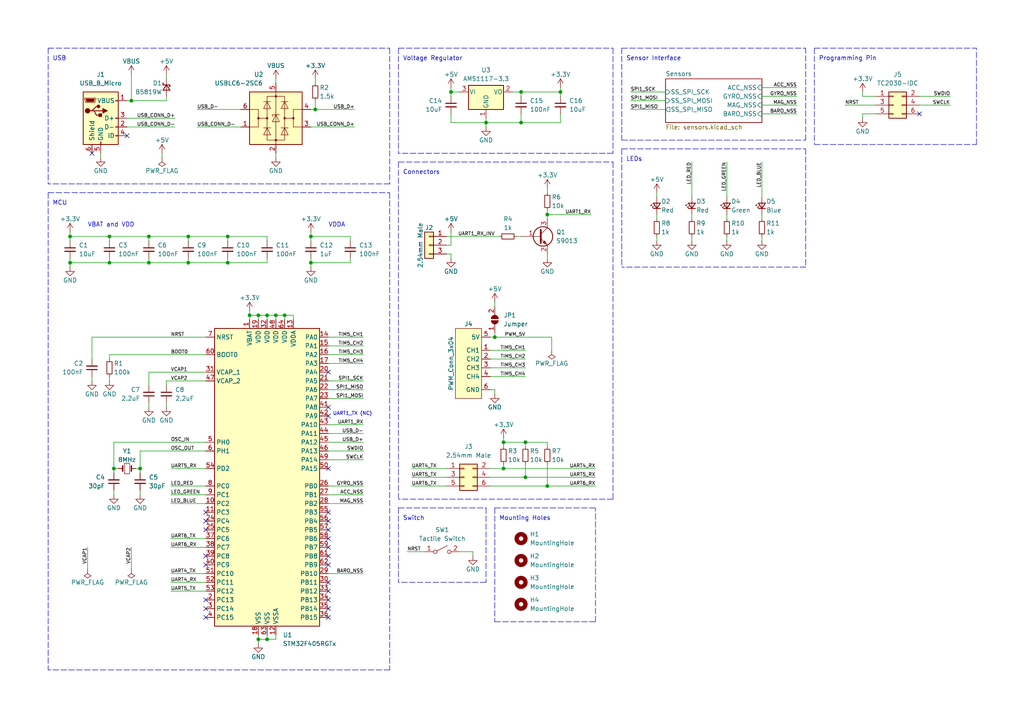
<source format=kicad_sch>
(kicad_sch (version 20231120) (generator "eeschema") (generator_version "8.0")
  (paper "A4")
  (title_block (title "STM32 Flight Computer") (date "2022-11-01") (rev "A") (company "casterian.net"))
  (lib_symbols
    (symbol "+5V_1" (power) (pin_numbers hide) (pin_names (offset 0) hide)
      (property "Value" "+5V" (at 0 3.556 0))
      (symbol "+5V_1_1_1"
        (pin power_in line (at 0 0 90) (length 0) (name "~") (number "1"))
      )
    )
    (symbol "+5V_2" (power) (pin_numbers hide) (pin_names (offset 0) hide)
      (property "Value" "+5V" (at 0 3.556 0))
      (symbol "+5V_2_1_1"
        (pin power_in line (at 0 0 90) (length 0) (name "~") (number "1"))
      )
    )
    (symbol "Connector:USB_B_Micro" (pin_names (offset 1.016))
      (property "Reference" "J" (at -5.08 11.43 0))
      (property "Value" "USB_B_Micro" (at -5.08 8.89 0))
      (symbol "USB_B_Micro_1_1"
        (pin power_out line (at 7.62 5.08 180) (length 2.54) (name "VBUS") (number "1"))
        (pin bidirectional line (at 7.62 -2.54 180) (length 2.54) (name "D-") (number "2"))
        (pin bidirectional line (at 7.62 0 180) (length 2.54) (name "D+") (number "3"))
        (pin passive line (at 7.62 -5.08 180) (length 2.54) (name "ID") (number "4"))
        (pin power_out line (at 0 -10.16 90) (length 2.54) (name "GND") (number "5"))
        (pin passive line (at -2.54 -10.16 90) (length 2.54) (name "Shield") (number "6"))
      )
    )
    (symbol "Connector:USB_C_Receptacle_USB2.0_14P" (pin_names (offset 1.016))
      (property "Reference" "J" (at 0 22.225 0))
      (property "Value" "USB_C_Receptacle_USB2.0_14P" (at 0 19.685 0))
      (symbol "USB_C_Receptacle_USB2.0_14P_1_1"
        (pin passive line (at 0 -22.86 90) (length 5.08) (name "GND") (number "A1"))
        (pin passive line (at 0 -22.86 90) (length 5.08) hide (name "GND") (number "A12"))
        (pin passive line (at 15.24 15.24 180) (length 5.08) (name "VBUS") (number "A4"))
        (pin bidirectional line (at 15.24 10.16 180) (length 5.08) (name "CC1") (number "A5"))
        (pin bidirectional line (at 15.24 -2.54 180) (length 5.08) (name "D+") (number "A6"))
        (pin bidirectional line (at 15.24 2.54 180) (length 5.08) (name "D-") (number "A7"))
        (pin passive line (at 15.24 15.24 180) (length 5.08) hide (name "VBUS") (number "A9"))
        (pin passive line (at 0 -22.86 90) (length 5.08) hide (name "GND") (number "B1"))
        (pin passive line (at 0 -22.86 90) (length 5.08) hide (name "GND") (number "B12"))
        (pin passive line (at 15.24 15.24 180) (length 5.08) hide (name "VBUS") (number "B4"))
        (pin bidirectional line (at 15.24 7.62 180) (length 5.08) (name "CC2") (number "B5"))
        (pin bidirectional line (at 15.24 -5.08 180) (length 5.08) (name "D+") (number "B6"))
        (pin bidirectional line (at 15.24 0 180) (length 5.08) (name "D-") (number "B7"))
        (pin passive line (at 15.24 15.24 180) (length 5.08) hide (name "VBUS") (number "B9"))
        (pin passive line (at -7.62 -22.86 90) (length 5.08) (name "SHIELD") (number "S1"))
      )
    )
    (symbol "Connector_Generic:Conn_01x03" (pin_names (offset 1.016) hide)
      (property "Reference" "J" (at 0 5.08 0))
      (property "Value" "Conn_01x03" (at 0 -5.08 0))
      (symbol "Conn_01x03_1_1"
        (pin passive line (at -5.08 2.54 0) (length 3.81) (name "Pin_1") (number "1"))
        (pin passive line (at -5.08 0 0) (length 3.81) (name "Pin_2") (number "2"))
        (pin passive line (at -5.08 -2.54 0) (length 3.81) (name "Pin_3") (number "3"))
      )
    )
    (symbol "Connector_Generic:Conn_02x03_Odd_Even" (pin_names (offset 1.016) hide)
      (property "Reference" "J" (at 1.27 5.08 0))
      (property "Value" "Conn_02x03_Odd_Even" (at 1.27 -5.08 0))
      (symbol "Conn_02x03_Odd_Even_1_1"
        (pin passive line (at -5.08 2.54 0) (length 3.81) (name "Pin_1") (number "1"))
        (pin passive line (at 7.62 2.54 180) (length 3.81) (name "Pin_2") (number "2"))
        (pin passive line (at -5.08 0 0) (length 3.81) (name "Pin_3") (number "3"))
        (pin passive line (at 7.62 0 180) (length 3.81) (name "Pin_4") (number "4"))
        (pin passive line (at -5.08 -2.54 0) (length 3.81) (name "Pin_5") (number "5"))
        (pin passive line (at 7.62 -2.54 180) (length 3.81) (name "Pin_6") (number "6"))
      )
    )
    (symbol "Device:C_Small" (pin_numbers hide) (pin_names (offset 0.254) hide)
      (property "Reference" "C" (at 0.254 1.778 0))
      (property "Value" "C_Small" (at 0.254 -2.032 0))
      (symbol "C_Small_1_1"
        (pin passive line (at 0 2.54 270) (length 2.032) (name "~") (number "1"))
        (pin passive line (at 0 -2.54 90) (length 2.032) (name "~") (number "2"))
      )
    )
    (symbol "Device:Crystal_Small" (pin_numbers hide) (pin_names (offset 1.016) hide)
      (property "Reference" "Y" (at 0 2.54 0))
      (property "Value" "Crystal_Small" (at 0 -2.54 0))
      (symbol "Crystal_Small_1_1"
        (pin passive line (at -2.54 0 0) (length 1.27) (name "1") (number "1"))
        (pin passive line (at 2.54 0 180) (length 1.27) (name "2") (number "2"))
      )
    )
    (symbol "Device:D_Schottky_Small" (pin_numbers hide) (pin_names (offset 0.254) hide)
      (property "Reference" "D" (at -1.27 2.032 0))
      (property "Value" "D_Schottky_Small" (at -7.112 -2.032 0))
      (symbol "D_Schottky_Small_1_1"
        (pin passive line (at -2.54 0 0) (length 1.778) (name "K") (number "1"))
        (pin passive line (at 2.54 0 180) (length 1.778) (name "A") (number "2"))
      )
    )
    (symbol "Device:LED_Small" (pin_numbers hide) (pin_names (offset 0.254) hide)
      (property "Reference" "D" (at -1.27 3.175 0))
      (property "Value" "LED_Small" (at -4.445 -2.54 0))
      (symbol "LED_Small_1_1"
        (pin passive line (at -2.54 0 0) (length 1.778) (name "K") (number "1"))
        (pin passive line (at 2.54 0 180) (length 1.778) (name "A") (number "2"))
      )
    )
    (symbol "Device:Q_NPN_BEC" (pin_names (offset 0) hide)
      (property "Reference" "Q" (at 5.08 1.27 0))
      (property "Value" "Q_NPN_BEC" (at 5.08 -1.27 0))
      (symbol "Q_NPN_BEC_1_1"
        (pin input line (at -5.08 0 0) (length 5.715) (name "B") (number "1"))
        (pin passive line (at 2.54 -5.08 90) (length 2.54) (name "E") (number "2"))
        (pin passive line (at 2.54 5.08 270) (length 2.54) (name "C") (number "3"))
      )
    )
    (symbol "Device:R_Small" (pin_numbers hide) (pin_names (offset 0.254) hide)
      (property "Reference" "R" (at 0.762 0.508 0))
      (property "Value" "R_Small" (at 0.762 -1.016 0))
      (symbol "R_Small_1_1"
        (pin passive line (at 0 2.54 270) (length 0.762) (name "~") (number "1"))
        (pin passive line (at 0 -2.54 90) (length 0.762) (name "~") (number "2"))
      )
    )
    (symbol "Device:R_US" (pin_numbers hide) (pin_names (offset 0))
      (property "Reference" "R" (at 2.54 0 90))
      (property "Value" "R_US" (at -2.54 0 90))
      (symbol "R_US_1_1"
        (pin passive line (at 0 3.81 270) (length 1.27) (name "~") (number "1"))
        (pin passive line (at 0 -3.81 90) (length 1.27) (name "~") (number "2"))
      )
    )
    (symbol "GND_1" (power) (pin_numbers hide) (pin_names (offset 0) hide)
      (property "Value" "GND" (at 0 -3.81 0))
      (symbol "GND_1_1_1"
        (pin power_in line (at 0 0 270) (length 0) (name "~") (number "1"))
      )
    )
    (symbol "GND_2" (power) (pin_numbers hide) (pin_names (offset 0) hide)
      (property "Value" "GND" (at 0 -3.81 0))
      (symbol "GND_2_1_1"
        (pin power_in line (at 0 0 270) (length 0) (name "~") (number "1"))
      )
    )
    (symbol "Interface_CAN_LIN:MCP2551-I-P" (pin_names (offset 1.016))
      (property "Reference" "U" (at -10.16 8.89 0))
      (property "Value" "MCP2551-I-P" (at 2.54 8.89 0))
      (symbol "MCP2551-I-P_1_1"
        (pin input line (at -12.7 5.08 0) (length 2.54) (name "TXD") (number "1"))
        (pin power_in line (at 0 -10.16 90) (length 2.54) (name "VSS") (number "2"))
        (pin power_in line (at 0 10.16 270) (length 2.54) (name "VDD") (number "3"))
        (pin output line (at -12.7 2.54 0) (length 2.54) (name "RXD") (number "4"))
        (pin power_out line (at -12.7 -2.54 0) (length 2.54) (name "Vref") (number "5"))
        (pin bidirectional line (at 12.7 -2.54 180) (length 2.54) (name "CANL") (number "6"))
        (pin bidirectional line (at 12.7 2.54 180) (length 2.54) (name "CANH") (number "7"))
        (pin input line (at -12.7 -5.08 0) (length 2.54) (name "Rs") (number "8"))
      )
    )
    (symbol "Interface_UART:SC16IS740"
      (property "Reference" "U" (at -8.89 16.51 0))
      (property "Value" "SC16IS740" (at 7.62 16.51 0))
      (symbol "SC16IS740_1_1"
        (pin power_in line (at 0 17.78 270) (length 2.54) (name "VDD") (number "1"))
        (pin output line (at 12.7 0 180) (length 2.54) (name "~{RTS}") (number "10"))
        (pin input line (at 12.7 2.54 180) (length 2.54) (name "~{CTS}") (number "11"))
        (pin output line (at 12.7 -2.54 180) (length 2.54) (name "TX") (number "12"))
        (pin input line (at 12.7 5.08 180) (length 2.54) (name "RX") (number "13"))
        (pin input line (at -12.7 12.7 0) (length 2.54) (name "~{RESET}") (number "14"))
        (pin input line (at -12.7 -10.16 0) (length 2.54) (name "XTAL1") (number "15"))
        (pin output line (at -12.7 -12.7 0) (length 2.54) (name "XTAL2") (number "16"))
        (pin input line (at -12.7 5.08 0) (length 2.54) (name "A0/~{CS}") (number "2"))
        (pin input line (at -12.7 2.54 0) (length 2.54) (name "A1/SI") (number "3"))
        (pin output line (at -12.7 0 0) (length 2.54) (name "SO") (number "4"))
        (pin input line (at -12.7 -2.54 0) (length 2.54) (name "SCL/SCLK") (number "5"))
        (pin bidirectional line (at -12.7 -5.08 0) (length 2.54) (name "SDA") (number "6"))
        (pin open_collector line (at 12.7 -7.62 180) (length 2.54) (name "~{IRQ}") (number "7"))
        (pin input line (at -12.7 10.16 0) (length 2.54) (name "I2C/~{SPI}") (number "8"))
        (pin power_in line (at 0 -17.78 90) (length 2.54) (name "VSS") (number "9"))
      )
    )
    (symbol "Jumper:SolderJumper_2_Open" (pin_names (offset 0) hide)
      (property "Reference" "JP" (at 0 2.032 0))
      (property "Value" "SolderJumper_2_Open" (at 0 -2.54 0))
      (symbol "SolderJumper_2_Open_1_1"
        (pin passive line (at -3.81 0 0) (length 2.54) (name "A") (number "1"))
        (pin passive line (at 3.81 0 180) (length 2.54) (name "B") (number "2"))
      )
    )
    (symbol "Logic_LevelTranslator:NLSV2T244D"
      (property "Reference" "U" (at -6.35 11.43 0))
      (property "Value" "NLSV2T244D" (at 3.81 11.43 0))
      (symbol "NLSV2T244D_1_1"
        (pin power_in line (at -2.54 12.7 270) (length 2.54) (name "VCCA") (number "1"))
        (pin input line (at -10.16 2.54 0) (length 2.54) (name "A1") (number "2"))
        (pin input line (at -10.16 -2.54 0) (length 2.54) (name "A2") (number "3"))
        (pin input line (at -10.16 -7.62 0) (length 2.54) (name "~{OE}") (number "4"))
        (pin power_in line (at 0 -12.7 90) (length 2.54) (name "GND") (number "5"))
        (pin output line (at 10.16 -2.54 180) (length 2.54) (name "B2") (number "6"))
        (pin output line (at 10.16 2.54 180) (length 2.54) (name "B1") (number "7"))
        (pin power_in line (at 2.54 12.7 270) (length 2.54) (name "VCCB") (number "8"))
      )
    )
    (symbol "MCU_ST_STM32F4:STM32F405RGTx"
      (property "Reference" "U" (at -15.24 44.45 0))
      (property "Value" "STM32F405RGTx" (at 10.16 44.45 0))
      (symbol "STM32F405RGTx_1_1"
        (pin power_in line (at -5.08 45.72 270) (length 2.54) (name "VBAT") (number "1"))
        (pin bidirectional line (at -17.78 -7.62 0) (length 2.54) (name "PC2") (number "10"))
        (pin bidirectional line (at -17.78 -10.16 0) (length 2.54) (name "PC3") (number "11"))
        (pin power_in line (at 2.54 -45.72 90) (length 2.54) (name "VSSA") (number "12"))
        (pin power_in line (at 7.62 45.72 270) (length 2.54) (name "VDDA") (number "13"))
        (pin bidirectional line (at 17.78 40.64 180) (length 2.54) (name "PA0") (number "14"))
        (pin bidirectional line (at 17.78 38.1 180) (length 2.54) (name "PA1") (number "15"))
        (pin bidirectional line (at 17.78 35.56 180) (length 2.54) (name "PA2") (number "16"))
        (pin bidirectional line (at 17.78 33.02 180) (length 2.54) (name "PA3") (number "17"))
        (pin power_in line (at -2.54 -45.72 90) (length 2.54) (name "VSS") (number "18"))
        (pin power_in line (at -2.54 45.72 270) (length 2.54) (name "VDD") (number "19"))
        (pin bidirectional line (at -17.78 -35.56 0) (length 2.54) (name "PC13") (number "2"))
        (pin bidirectional line (at 17.78 30.48 180) (length 2.54) (name "PA4") (number "20"))
        (pin bidirectional line (at 17.78 27.94 180) (length 2.54) (name "PA5") (number "21"))
        (pin bidirectional line (at 17.78 25.4 180) (length 2.54) (name "PA6") (number "22"))
        (pin bidirectional line (at 17.78 22.86 180) (length 2.54) (name "PA7") (number "23"))
        (pin bidirectional line (at -17.78 -12.7 0) (length 2.54) (name "PC4") (number "24"))
        (pin bidirectional line (at -17.78 -15.24 0) (length 2.54) (name "PC5") (number "25"))
        (pin bidirectional line (at 17.78 -2.54 180) (length 2.54) (name "PB0") (number "26"))
        (pin bidirectional line (at 17.78 -5.08 180) (length 2.54) (name "PB1") (number "27"))
        (pin bidirectional line (at 17.78 -7.62 180) (length 2.54) (name "PB2") (number "28"))
        (pin bidirectional line (at 17.78 -27.94 180) (length 2.54) (name "PB10") (number "29"))
        (pin bidirectional line (at -17.78 -38.1 0) (length 2.54) (name "PC14") (number "3"))
        (pin bidirectional line (at 17.78 -30.48 180) (length 2.54) (name "PB11") (number "30"))
        (pin power_in line (at -17.78 30.48 0) (length 2.54) (name "VCAP_1") (number "31"))
        (pin power_in line (at 0 45.72 270) (length 2.54) (name "VDD") (number "32"))
        (pin bidirectional line (at 17.78 -33.02 180) (length 2.54) (name "PB12") (number "33"))
        (pin bidirectional line (at 17.78 -35.56 180) (length 2.54) (name "PB13") (number "34"))
        (pin bidirectional line (at 17.78 -38.1 180) (length 2.54) (name "PB14") (number "35"))
        (pin bidirectional line (at 17.78 -40.64 180) (length 2.54) (name "PB15") (number "36"))
        (pin bidirectional line (at -17.78 -17.78 0) (length 2.54) (name "PC6") (number "37"))
        (pin bidirectional line (at -17.78 -20.32 0) (length 2.54) (name "PC7") (number "38"))
        (pin bidirectional line (at -17.78 -22.86 0) (length 2.54) (name "PC8") (number "39"))
        (pin bidirectional line (at -17.78 -40.64 0) (length 2.54) (name "PC15") (number "4"))
        (pin bidirectional line (at -17.78 -25.4 0) (length 2.54) (name "PC9") (number "40"))
        (pin bidirectional line (at 17.78 20.32 180) (length 2.54) (name "PA8") (number "41"))
        (pin bidirectional line (at 17.78 17.78 180) (length 2.54) (name "PA9") (number "42"))
        (pin bidirectional line (at 17.78 15.24 180) (length 2.54) (name "PA10") (number "43"))
        (pin bidirectional line (at 17.78 12.7 180) (length 2.54) (name "PA11") (number "44"))
        (pin bidirectional line (at 17.78 10.16 180) (length 2.54) (name "PA12") (number "45"))
        (pin bidirectional line (at 17.78 7.62 180) (length 2.54) (name "PA13") (number "46"))
        (pin power_in line (at -17.78 27.94 0) (length 2.54) (name "VCAP_2") (number "47"))
        (pin power_in line (at 2.54 45.72 270) (length 2.54) (name "VDD") (number "48"))
        (pin bidirectional line (at 17.78 5.08 180) (length 2.54) (name "PA14") (number "49"))
        (pin input line (at -17.78 10.16 0) (length 2.54) (name "PH0") (number "5"))
        (pin bidirectional line (at 17.78 2.54 180) (length 2.54) (name "PA15") (number "50"))
        (pin bidirectional line (at -17.78 -27.94 0) (length 2.54) (name "PC10") (number "51"))
        (pin bidirectional line (at -17.78 -30.48 0) (length 2.54) (name "PC11") (number "52"))
        (pin bidirectional line (at -17.78 -33.02 0) (length 2.54) (name "PC12") (number "53"))
        (pin bidirectional line (at -17.78 2.54 0) (length 2.54) (name "PD2") (number "54"))
        (pin bidirectional line (at 17.78 -10.16 180) (length 2.54) (name "PB3") (number "55"))
        (pin bidirectional line (at 17.78 -12.7 180) (length 2.54) (name "PB4") (number "56"))
        (pin bidirectional line (at 17.78 -15.24 180) (length 2.54) (name "PB5") (number "57"))
        (pin bidirectional line (at 17.78 -17.78 180) (length 2.54) (name "PB6") (number "58"))
        (pin bidirectional line (at 17.78 -20.32 180) (length 2.54) (name "PB7") (number "59"))
        (pin input line (at -17.78 7.62 0) (length 2.54) (name "PH1") (number "6"))
        (pin input line (at -17.78 35.56 0) (length 2.54) (name "BOOT0") (number "60"))
        (pin bidirectional line (at 17.78 -22.86 180) (length 2.54) (name "PB8") (number "61"))
        (pin bidirectional line (at 17.78 -25.4 180) (length 2.54) (name "PB9") (number "62"))
        (pin power_in line (at 0 -45.72 90) (length 2.54) (name "VSS") (number "63"))
        (pin power_in line (at 5.08 45.72 270) (length 2.54) (name "VDD") (number "64"))
        (pin input line (at -17.78 40.64 0) (length 2.54) (name "NRST") (number "7"))
        (pin bidirectional line (at -17.78 -2.54 0) (length 2.54) (name "PC0") (number "8"))
        (pin bidirectional line (at -17.78 -5.08 0) (length 2.54) (name "PC1") (number "9"))
      )
    )
    (symbol "Mechanical:MountingHole" (pin_names (offset 1.016))
      (property "Reference" "H" (at 0 5.08 0))
      (property "Value" "MountingHole" (at 0 3.175 0))
    )
    (symbol "PWM_Connector:PWM_Conn_3x04"
      (property "Reference" "J" (at 0 15.24 0))
      (property "Value" "PWM_Conn_3x04" (at 0 12.7 0))
      (symbol "PWM_Conn_3x04_1_1"
        (pin input line (at 6.35 3.81 180) (length 2.54) (name "CH1") (number "1"))
        (pin input line (at 6.35 1.27 180) (length 2.54) (name "CH2") (number "2"))
        (pin input line (at 6.35 -1.27 180) (length 2.54) (name "CH3") (number "3"))
        (pin input line (at 6.35 -3.81 180) (length 2.54) (name "CH4") (number "4"))
        (pin power_in line (at 6.35 7.62 180) (length 2.54) (name "5V") (number "5"))
        (pin power_in line (at 6.35 -7.62 180) (length 2.54) (name "GND") (number "6"))
      )
    )
    (symbol "Power_Protection:USBLC6-2SC6" (pin_names hide)
      (property "Reference" "U" (at 2.54 8.89 0))
      (property "Value" "USBLC6-2SC6" (at 2.54 -8.89 0))
      (symbol "USBLC6-2SC6_1_1"
        (pin passive line (at -10.16 -2.54 0) (length 2.54) (name "I/O1") (number "1"))
        (pin passive line (at 0 -10.16 90) (length 2.54) (name "GND") (number "2"))
        (pin passive line (at 10.16 -2.54 180) (length 2.54) (name "I/O2") (number "3"))
        (pin passive line (at 10.16 2.54 180) (length 2.54) (name "I/O2") (number "4"))
        (pin passive line (at 0 10.16 270) (length 2.54) (name "VBUS") (number "5"))
        (pin passive line (at -10.16 2.54 0) (length 2.54) (name "I/O1") (number "6"))
      )
    )
    (symbol "Regulator_Linear:AMS1117-3.3" (pin_names (offset 0.254))
      (property "Reference" "U" (at -3.81 3.175 0))
      (property "Value" "AMS1117-3.3" (at 0 3.175 0))
      (symbol "AMS1117-3.3_1_1"
        (pin power_in line (at 0 -7.62 90) (length 2.54) (name "GND") (number "1"))
        (pin power_out line (at 7.62 0 180) (length 2.54) (name "VO") (number "2"))
        (pin power_in line (at -7.62 0 0) (length 2.54) (name "VI") (number "3"))
      )
    )
    (symbol "Switch:SW_SPST" (pin_names (offset 0) hide)
      (property "Reference" "SW" (at 0 3.175 0))
      (property "Value" "SW_SPST" (at 0 -2.54 0))
      (symbol "SW_SPST_1_1"
        (pin passive line (at -5.08 0 0) (length 2.54) (name "A") (number "1"))
        (pin passive line (at 5.08 0 180) (length 2.54) (name "B") (number "2"))
      )
    )
    (symbol "VBUS_1" (power) (pin_numbers hide) (pin_names (offset 0) hide)
      (property "Value" "VBUS" (at 0 3.556 0))
      (symbol "VBUS_1_1_1"
        (pin power_in line (at 0 0 90) (length 0) (name "~") (number "1"))
      )
    )
    (symbol "power:+3.3V" (power) (pin_names (offset 0))
      (property "Value" "+3.3V" (at 0 3.556 0))
      (symbol "+3.3V_1_1"
        (pin power_in line (at 0 0 90) (length 0) hide (name "+3.3V") (number "1"))
      )
    )
    (symbol "power:+5V" (power) (pin_names (offset 0))
      (property "Value" "+5V" (at 0 3.556 0))
      (symbol "+5V_1_1"
        (pin power_in line (at 0 0 90) (length 0) hide (name "+5V") (number "1"))
      )
    )
    (symbol "power:GND" (power) (pin_names (offset 0))
      (property "Value" "GND" (at 0 -3.81 0))
      (symbol "GND_1_1"
        (pin power_in line (at 0 0 270) (length 0) hide (name "GND") (number "1"))
      )
    )
    (symbol "power:PWR_FLAG" (power) (pin_numbers hide) (pin_names (offset 0) hide)
      (property "Value" "PWR_FLAG" (at 0 3.81 0))
      (symbol "PWR_FLAG_0_0"
        (pin power_out line (at 0 0 90) (length 0) (name "pwr") (number "1"))
      )
    )
    (symbol "power:VBUS" (power) (pin_names (offset 0))
      (property "Value" "VBUS" (at 0 3.81 0))
      (symbol "VBUS_1_1"
        (pin power_in line (at 0 0 90) (length 0) hide (name "VBUS") (number "1"))
      )
    )
  )
  (junction (at 38.1 294.64))
  (junction (at 74.93 91.44))
  (junction (at 40.64 135.89))
  (junction (at 38.1 29.21))
  (junction (at 158.75 62.23))
  (junction (at 130.81 26.67))
  (junction (at 66.04 68.58))
  (junction (at 151.13 26.67))
  (junction (at 158.75 140.97))
  (junction (at 143.51 303.53))
  (junction (at 162.56 26.67))
  (junction (at 54.61 76.2))
  (junction (at 20.32 68.58))
  (junction (at 146.05 128.27))
  (junction (at 43.18 68.58))
  (junction (at 143.51 265.43))
  (junction (at 152.4 128.27))
  (junction (at 72.39 250.19))
  (junction (at 74.93 185.42))
  (junction (at 74.93 250.19))
  (junction (at 54.61 68.58))
  (junction (at 80.01 91.44))
  (junction (at 143.51 97.79))
  (junction (at -212.09 68.58))
  (junction (at 77.47 250.19))
  (junction (at 72.39 91.44))
  (junction (at 77.47 91.44))
  (junction (at -198.12 76.2))
  (junction (at 30.48 294.64))
  (junction (at 128.27 265.43))
  (junction (at 90.17 68.58))
  (junction (at 69.85 250.19))
  (junction (at 77.47 185.42))
  (junction (at 74.93 344.17))
  (junction (at 125.73 298.45))
  (junction (at 146.05 135.89))
  (junction (at 31.75 76.2))
  (junction (at 152.4 138.43))
  (junction (at 20.32 76.2))
  (junction (at 82.55 91.44))
  (junction (at 72.39 344.17))
  (junction (at 66.04 76.2))
  (junction (at 125.73 349.25))
  (junction (at 31.75 68.58))
  (junction (at 151.13 35.56))
  (junction (at 33.02 135.89))
  (junction (at 90.17 76.2))
  (junction (at 140.97 35.56))
  (junction (at 43.18 76.2))
  (junction (at 80.01 250.19))
  (junction (at 91.44 31.75))
  (no_connect (at 36.83 39.37))
  (no_connect (at 92.71 312.42))
  (no_connect (at 57.15 320.04))
  (no_connect (at 92.71 337.82))
  (no_connect (at -242.57 106.68))
  (no_connect (at 92.71 294.64))
  (no_connect (at 57.15 335.28))
  (no_connect (at 92.71 330.2))
  (no_connect (at 95.25 168.91))
  (no_connect (at 95.25 171.45))
  (no_connect (at 95.25 173.99))
  (no_connect (at 95.25 176.53))
  (no_connect (at 95.25 179.07))
  (no_connect (at 57.15 309.88))
  (no_connect (at 95.25 118.11))
  (no_connect (at 266.7 33.02))
  (no_connect (at 59.69 173.99))
  (no_connect (at 59.69 176.53))
  (no_connect (at 59.69 179.07))
  (no_connect (at 95.25 107.95))
  (no_connect (at 59.69 161.29))
  (no_connect (at 59.69 163.83))
  (no_connect (at 92.71 266.7))
  (no_connect (at 59.69 153.67))
  (no_connect (at 59.69 148.59))
  (no_connect (at 59.69 151.13))
  (no_connect (at 57.15 312.42))
  (no_connect (at 57.15 337.82))
  (no_connect (at 57.15 332.74))
  (no_connect (at 92.71 309.88))
  (no_connect (at 57.15 307.34))
  (no_connect (at 92.71 332.74))
  (no_connect (at 92.71 327.66))
  (no_connect (at 26.67 44.45))
  (no_connect (at 95.25 135.89))
  (no_connect (at 95.25 148.59))
  (no_connect (at 95.25 151.13))
  (no_connect (at 95.25 153.67))
  (no_connect (at 57.15 322.58))
  (no_connect (at 92.71 276.86))
  (no_connect (at 95.25 120.65))
  (no_connect (at 92.71 307.34))
  (no_connect (at 95.25 161.29))
  (no_connect (at 95.25 163.83))
  (no_connect (at 95.25 156.21))
  (no_connect (at 95.25 158.75))
  (no_connect (at 92.71 335.28))
  (wire (pts (xy 92.71 302.26) (xy 102.87 302.26)))
  (wire (pts (xy 38.1 158.75) (xy 38.1 165.1)))
  (wire (pts (xy 245.11 30.48) (xy 254 30.48)))
  (wire (pts (xy 90.17 76.2) (xy 90.17 77.47)))
  (wire (pts (xy 92.71 325.12) (xy 102.87 325.12)))
  (wire (pts (xy 95.25 125.73) (xy 105.41 125.73)))
  (wire (pts (xy 92.71 281.94) (xy 115.57 281.94)))
  (polyline (pts (xy 143.51 180.34) (xy 172.72 180.34)) (stroke (width 0) (type dash)))
  (wire (pts (xy 74.93 91.44) (xy 74.93 92.71)))
  (wire (pts (xy 80.01 22.86) (xy 80.01 24.13)))
  (wire (pts (xy 193.04 26.67) (xy 182.88 26.67)))
  (wire (pts (xy 125.73 349.25) (xy 139.7 349.25)))
  (wire (pts (xy -219.71 86.36) (xy -209.55 86.36)))
  (wire (pts (xy 74.93 344.17) (xy 77.47 344.17)))
  (wire (pts (xy 77.47 184.15) (xy 77.47 185.42)))
  (wire (pts (xy 92.71 287.02) (xy 102.87 287.02)))
  (wire (pts (xy 57.15 304.8) (xy 46.99 304.8)))
  (wire (pts (xy 111.76 287.02) (xy 115.57 287.02)))
  (wire (pts (xy 31.75 74.93) (xy 31.75 76.2)))
  (wire (pts (xy 162.56 33.02) (xy 162.56 35.56)))
  (wire (pts (xy 74.93 185.42) (xy 77.47 185.42)))
  (wire (pts (xy 140.97 303.53) (xy 143.51 303.53)))
  (polyline (pts (xy 180.34 43.18) (xy 233.68 43.18)) (stroke (width 0) (type dash)))
  (wire (pts (xy 146.05 135.89) (xy 172.72 135.89)))
  (wire (pts (xy 59.69 102.87) (xy 31.75 102.87)))
  (wire (pts (xy -212.09 68.58) (xy -212.09 53.34)))
  (wire (pts (xy 250.19 26.67) (xy 250.19 27.94)))
  (wire (pts (xy 115.57 298.45) (xy 125.73 298.45)))
  (wire (pts (xy 143.51 265.43) (xy 128.27 265.43)))
  (wire (pts (xy 48.26 21.59) (xy 48.26 22.86)))
  (wire (pts (xy 29.21 261.62) (xy 29.21 262.89)))
  (wire (pts (xy 142.24 287.02) (xy 142.24 266.7)))
  (wire (pts (xy 57.15 330.2) (xy 46.99 330.2)))
  (wire (pts (xy 95.25 133.35) (xy 105.41 133.35)))
  (wire (pts (xy 95.25 146.05) (xy 105.41 146.05)))
  (wire (pts (xy 130.81 26.67) (xy 130.81 27.94)))
  (wire (pts (xy 175.26 266.7) (xy 175.26 280.67)))
  (wire (pts (xy 109.22 274.32) (xy 109.22 273.05)))
  (wire (pts (xy 95.25 166.37) (xy 105.41 166.37)))
  (wire (pts (xy 129.54 73.66) (xy 130.81 73.66)))
  (polyline (pts (xy 115.57 13.97) (xy 115.57 44.45)) (stroke (width 0) (type dash)))
  (polyline (pts (xy 233.68 40.64) (xy 233.68 13.97)) (stroke (width 0) (type dash)))
  (wire (pts (xy 142.24 140.97) (xy 158.75 140.97)))
  (wire (pts (xy 129.54 68.58) (xy 144.78 68.58)))
  (wire (pts (xy 59.69 143.51) (xy 49.53 143.51)))
  (wire (pts (xy 74.93 342.9) (xy 74.93 344.17)))
  (wire (pts (xy 142.24 106.68) (xy 152.4 106.68)))
  (polyline (pts (xy 115.57 46.99) (xy 115.57 144.78)) (stroke (width 0) (type dash)))
  (wire (pts (xy 142.24 104.14) (xy 152.4 104.14)))
  (wire (pts (xy 43.18 111.76) (xy 43.18 107.95)))
  (wire (pts (xy 92.71 322.58) (xy 127 322.58)))
  (wire (pts (xy 142.24 135.89) (xy 146.05 135.89)))
  (wire (pts (xy 152.4 327.66) (xy 161.29 327.66)))
  (wire (pts (xy 254 33.02) (xy 250.19 33.02)))
  (wire (pts (xy -212.09 68.58) (xy -199.39 68.58)))
  (polyline (pts (xy 115.57 46.99) (xy 177.8 46.99)) (stroke (width 0) (type dash)))
  (wire (pts (xy 125.73 298.45) (xy 140.97 298.45)))
  (wire (pts (xy 143.51 97.79) (xy 160.02 97.79)))
  (wire (pts (xy 33.02 128.27) (xy 59.69 128.27)))
  (wire (pts (xy 38.1 294.64) (xy 38.1 295.91)))
  (polyline (pts (xy 177.8 44.45) (xy 115.57 44.45)) (stroke (width 0) (type dash)))
  (wire (pts (xy 92.71 259.08) (xy 102.87 259.08)))
  (wire (pts (xy 146.05 127) (xy 146.05 128.27)))
  (wire (pts (xy 36.83 34.29) (xy 50.8 34.29)))
  (wire (pts (xy 43.18 68.58) (xy 54.61 68.58)))
  (wire (pts (xy 152.4 128.27) (xy 152.4 129.54)))
  (wire (pts (xy 33.02 142.24) (xy 33.02 143.51)))
  (wire (pts (xy 92.71 314.96) (xy 104.14 314.96)))
  (wire (pts (xy 92.71 261.62) (xy 102.87 261.62)))
  (wire (pts (xy 20.32 69.85) (xy 20.32 68.58)))
  (wire (pts (xy 74.93 250.19) (xy 77.47 250.19)))
  (wire (pts (xy 36.83 36.83) (xy 50.8 36.83)))
  (wire (pts (xy 77.47 74.93) (xy 77.47 76.2)))
  (wire (pts (xy 30.48 300.99) (xy 30.48 302.26)))
  (wire (pts (xy 43.18 116.84) (xy 43.18 118.11)))
  (wire (pts (xy -219.71 88.9) (xy -209.55 88.9)))
  (polyline (pts (xy 143.51 147.32) (xy 143.51 180.34)) (stroke (width 0) (type dash)))
  (wire (pts (xy 220.98 62.23) (xy 220.98 63.5)))
  (wire (pts (xy 20.32 67.31) (xy 20.32 68.58)))
  (wire (pts (xy 38.1 300.99) (xy 38.1 302.26)))
  (wire (pts (xy -219.71 83.82) (xy -209.55 83.82)))
  (wire (pts (xy 43.18 76.2) (xy 31.75 76.2)))
  (wire (pts (xy 90.17 68.58) (xy 101.6 68.58)))
  (wire (pts (xy 48.26 29.21) (xy 48.26 27.94)))
  (wire (pts (xy 38.1 29.21) (xy 48.26 29.21)))
  (wire (pts (xy 57.15 31.75) (xy 69.85 31.75)))
  (wire (pts (xy 140.97 298.45) (xy 140.97 303.53)))
  (wire (pts (xy 54.61 68.58) (xy 54.61 69.85)))
  (wire (pts (xy 147.32 280.67) (xy 143.51 280.67)))
  (wire (pts (xy 30.48 287.02) (xy 57.15 287.02)))
  (wire (pts (xy 177.8 288.29) (xy 172.72 288.29)))
  (wire (pts (xy 72.39 250.19) (xy 74.93 250.19)))
  (wire (pts (xy 111.76 314.96) (xy 146.05 314.96)))
  (wire (pts (xy 95.25 97.79) (xy 105.41 97.79)))
  (wire (pts (xy 158.75 54.61) (xy 158.75 55.88)))
  (wire (pts (xy 220.98 25.4) (xy 231.14 25.4)))
  (wire (pts (xy 123.19 247.65) (xy 123.19 271.78)))
  (wire (pts (xy 92.71 269.24) (xy 102.87 269.24)))
  (wire (pts (xy 57.15 256.54) (xy 24.13 256.54)))
  (wire (pts (xy 40.64 270.51) (xy 40.64 266.7)))
  (wire (pts (xy 190.5 55.88) (xy 190.5 57.15)))
  (wire (pts (xy 143.51 113.03) (xy 143.51 114.3)))
  (polyline (pts (xy 177.8 144.78) (xy 115.57 144.78)) (stroke (width 0) (type dash)))
  (wire (pts (xy 152.4 332.74) (xy 161.29 332.74)))
  (wire (pts (xy 80.01 185.42) (xy 80.01 184.15)))
  (wire (pts (xy 151.13 33.02) (xy 151.13 35.56)))
  (wire (pts (xy 102.87 31.75) (xy 91.44 31.75)))
  (wire (pts (xy 95.25 113.03) (xy 105.41 113.03)))
  (wire (pts (xy 43.18 107.95) (xy 59.69 107.95)))
  (polyline (pts (xy 283.21 41.91) (xy 283.21 13.97)) (stroke (width 0) (type dash)))
  (wire (pts (xy -219.71 81.28) (xy -209.55 81.28)))
  (wire (pts (xy 33.02 128.27) (xy 33.02 135.89)))
  (wire (pts (xy 158.75 73.66) (xy 158.75 74.93)))
  (wire (pts (xy 92.71 256.54) (xy 102.87 256.54)))
  (wire (pts (xy 82.55 250.19) (xy 82.55 251.46)))
  (wire (pts (xy 59.69 156.21) (xy 49.53 156.21)))
  (wire (pts (xy 40.64 142.24) (xy 40.64 143.51)))
  (wire (pts (xy 146.05 128.27) (xy 152.4 128.27)))
  (polyline (pts (xy 236.22 41.91) (xy 283.21 41.91)) (stroke (width 0) (type dash)))
  (wire (pts (xy 59.69 110.49) (xy 48.26 110.49)))
  (polyline (pts (xy 143.51 147.32) (xy 172.72 147.32)) (stroke (width 0) (type dash)))
  (wire (pts (xy 30.48 294.64) (xy 31.75 294.64)))
  (wire (pts (xy 190.5 68.58) (xy 190.5 69.85)))
  (wire (pts (xy 72.39 250.19) (xy 72.39 251.46)))
  (wire (pts (xy 33.02 135.89) (xy 33.02 137.16)))
  (wire (pts (xy 57.15 36.83) (xy 69.85 36.83)))
  (wire (pts (xy 95.25 105.41) (xy 105.41 105.41)))
  (polyline (pts (xy 233.68 43.18) (xy 233.68 77.47)) (stroke (width 0) (type dash)))
  (wire (pts (xy 92.71 264.16) (xy 102.87 264.16)))
  (wire (pts (xy 77.47 250.19) (xy 77.47 251.46)))
  (polyline (pts (xy 113.03 13.97) (xy 113.03 53.34)) (stroke (width 0) (type dash)))
  (wire (pts (xy 95.25 140.97) (xy 105.41 140.97)))
  (wire (pts (xy 72.39 92.71) (xy 72.39 91.44)))
  (wire (pts (xy 33.02 135.89) (xy 34.29 135.89)))
  (wire (pts (xy 220.98 33.02) (xy 231.14 33.02)))
  (wire (pts (xy 193.04 31.75) (xy 182.88 31.75)))
  (wire (pts (xy 130.81 33.02) (xy 130.81 35.56)))
  (wire (pts (xy 143.51 283.21) (xy 143.51 303.53)))
  (wire (pts (xy 113.03 327.66) (xy 127 327.66)))
  (polyline (pts (xy 180.34 13.97) (xy 233.68 13.97)) (stroke (width 0) (type dash)))
  (wire (pts (xy 92.71 292.1) (xy 102.87 292.1)))
  (polyline (pts (xy 236.22 13.97) (xy 283.21 13.97)) (stroke (width 0) (type dash)))
  (wire (pts (xy 160.02 97.79) (xy 160.02 101.6)))
  (wire (pts (xy 138.43 264.16) (xy 177.8 264.16)))
  (wire (pts (xy 168.91 327.66) (xy 177.8 327.66)))
  (wire (pts (xy 45.72 269.24) (xy 45.72 270.51)))
  (wire (pts (xy 125.73 298.45) (xy 125.73 349.25)))
  (wire (pts (xy 142.24 138.43) (xy 152.4 138.43)))
  (wire (pts (xy 26.67 109.22) (xy 26.67 110.49)))
  (polyline (pts (xy 115.57 13.97) (xy 177.8 13.97)) (stroke (width 0) (type dash)))
  (wire (pts (xy 113.03 320.04) (xy 113.03 327.66)))
  (wire (pts (xy 46.99 44.45) (xy 46.99 45.72)))
  (polyline (pts (xy 180.34 40.64) (xy 233.68 40.64)) (stroke (width 0) (type dash)))
  (wire (pts (xy 162.56 25.4) (xy 162.56 26.67)))
  (wire (pts (xy 57.15 302.26) (xy 46.99 302.26)))
  (wire (pts (xy 80.01 251.46) (xy 80.01 250.19)))
  (wire (pts (xy 59.69 168.91) (xy 49.53 168.91)))
  (wire (pts (xy 142.24 266.7) (xy 175.26 266.7)))
  (wire (pts (xy 57.15 314.96) (xy 46.99 314.96)))
  (wire (pts (xy 43.18 74.93) (xy 43.18 76.2)))
  (wire (pts (xy 40.64 135.89) (xy 40.64 137.16)))
  (wire (pts (xy 92.71 284.48) (xy 102.87 284.48)))
  (wire (pts (xy 111.76 317.5) (xy 137.16 317.5)))
  (wire (pts (xy 130.81 26.67) (xy 133.35 26.67)))
  (wire (pts (xy 129.54 138.43) (xy 119.38 138.43)))
  (wire (pts (xy 146.05 314.96) (xy 146.05 290.83)))
  (wire (pts (xy 250.19 33.02) (xy 250.19 34.29)))
  (wire (pts (xy 158.75 62.23) (xy 171.45 62.23)))
  (wire (pts (xy 72.39 91.44) (xy 74.93 91.44)))
  (wire (pts (xy 90.17 74.93) (xy 90.17 76.2)))
  (wire (pts (xy 77.47 91.44) (xy 80.01 91.44)))
  (wire (pts (xy 129.54 135.89) (xy 119.38 135.89)))
  (wire (pts (xy 135.89 287.02) (xy 142.24 287.02)))
  (wire (pts (xy 109.22 273.05) (xy 144.78 273.05)))
  (wire (pts (xy 92.71 279.4) (xy 111.76 279.4)))
  (wire (pts (xy 137.16 160.02) (xy 137.16 161.29)))
  (wire (pts (xy 275.59 30.48) (xy 266.7 30.48)))
  (polyline (pts (xy 13.97 55.88) (xy 113.03 55.88)) (stroke (width 0) (type dash)))
  (wire (pts (xy 74.93 250.19) (xy 74.93 251.46)))
  (wire (pts (xy 80.01 44.45) (xy 80.01 45.72)))
  (wire (pts (xy 133.35 160.02) (xy 137.16 160.02)))
  (wire (pts (xy 220.98 30.48) (xy 231.14 30.48)))
  (wire (pts (xy 138.43 281.94) (xy 138.43 264.16)))
  (wire (pts (xy 72.39 344.17) (xy 74.93 344.17)))
  (wire (pts (xy 92.71 271.78) (xy 102.87 271.78)))
  (wire (pts (xy 102.87 36.83) (xy 90.17 36.83)))
  (wire (pts (xy 142.24 109.22) (xy 152.4 109.22)))
  (wire (pts (xy 54.61 68.58) (xy 66.04 68.58)))
  (wire (pts (xy 158.75 128.27) (xy 158.75 129.54)))
  (wire (pts (xy 149.86 68.58) (xy 151.13 68.58)))
  (wire (pts (xy 90.17 67.31) (xy 90.17 68.58)))
  (wire (pts (xy 82.55 92.71) (xy 82.55 91.44)))
  (wire (pts (xy 152.4 138.43) (xy 172.72 138.43)))
  (wire (pts (xy -199.39 53.34) (xy -199.39 58.42)))
  (wire (pts (xy 45.72 275.59) (xy 45.72 276.86)))
  (wire (pts (xy 146.05 290.83) (xy 147.32 290.83)))
  (wire (pts (xy 91.44 31.75) (xy 90.17 31.75)))
  (wire (pts (xy 77.47 91.44) (xy 77.47 92.71)))
  (wire (pts (xy 143.51 303.53) (xy 160.02 303.53)))
  (wire (pts (xy 129.54 71.12) (xy 130.81 71.12)))
  (wire (pts (xy 128.27 265.43) (xy 128.27 271.78)))
  (wire (pts (xy 152.4 134.62) (xy 152.4 138.43)))
  (wire (pts (xy 31.75 76.2) (xy 20.32 76.2)))
  (wire (pts (xy 72.39 90.17) (xy 72.39 91.44)))
  (wire (pts (xy 59.69 135.89) (xy 49.53 135.89)))
  (polyline (pts (xy 140.97 168.91) (xy 115.57 168.91)) (stroke (width 0) (type dash)))
  (wire (pts (xy 66.04 68.58) (xy 66.04 69.85)))
  (wire (pts (xy 101.6 74.93) (xy 101.6 76.2)))
  (polyline (pts (xy 177.8 46.99) (xy 177.8 144.78)) (stroke (width 0) (type dash)))
  (wire (pts (xy -198.12 76.2) (xy -193.04 76.2)))
  (wire (pts (xy 77.47 69.85) (xy 77.47 68.58)))
  (wire (pts (xy 144.78 273.05) (xy 144.78 275.59)))
  (wire (pts (xy 22.86 317.5) (xy 22.86 323.85)))
  (wire (pts (xy 24.13 256.54) (xy 24.13 262.89)))
  (wire (pts (xy 80.01 250.19) (xy 82.55 250.19)))
  (wire (pts (xy 48.26 110.49) (xy 48.26 111.76)))
  (wire (pts (xy 40.64 266.7) (xy 57.15 266.7)))
  (wire (pts (xy 38.1 289.56) (xy 57.15 289.56)))
  (wire (pts (xy 140.97 35.56) (xy 130.81 35.56)))
  (wire (pts (xy 72.39 344.17) (xy 72.39 345.44)))
  (wire (pts (xy 35.56 317.5) (xy 35.56 323.85)))
  (wire (pts (xy 135.89 281.94) (xy 138.43 281.94)))
  (wire (pts (xy 129.54 140.97) (xy 119.38 140.97)))
  (wire (pts (xy 92.71 274.32) (xy 109.22 274.32)))
  (wire (pts (xy 39.37 135.89) (xy 40.64 135.89)))
  (wire (pts (xy 77.47 185.42) (xy 80.01 185.42)))
  (wire (pts (xy 74.93 349.25) (xy 74.93 344.17)))
  (wire (pts (xy 31.75 102.87) (xy 31.75 104.14)))
  (wire (pts (xy 66.04 76.2) (xy 54.61 76.2)))
  (wire (pts (xy 31.75 68.58) (xy 43.18 68.58)))
  (wire (pts (xy 193.04 29.21) (xy 182.88 29.21)))
  (wire (pts (xy 128.27 261.62) (xy 128.27 265.43)))
  (wire (pts (xy 101.6 69.85) (xy 101.6 68.58)))
  (polyline (pts (xy 236.22 13.97) (xy 236.22 41.91)) (stroke (width 0) (type dash)))
  (polyline (pts (xy 180.34 13.97) (xy 180.34 40.64)) (stroke (width 0) (type dash)))
  (wire (pts (xy 59.69 140.97) (xy 49.53 140.97)))
  (wire (pts (xy 115.57 292.1) (xy 115.57 298.45)))
  (wire (pts (xy 69.85 250.19) (xy 72.39 250.19)))
  (wire (pts (xy 190.5 62.23) (xy 190.5 63.5)))
  (wire (pts (xy 36.83 294.64) (xy 38.1 294.64)))
  (wire (pts (xy 95.25 143.51) (xy 105.41 143.51)))
  (wire (pts (xy 137.16 288.29) (xy 147.32 288.29)))
  (wire (pts (xy 220.98 46.99) (xy 220.98 57.15)))
  (wire (pts (xy 20.32 68.58) (xy 31.75 68.58)))
  (wire (pts (xy 175.26 280.67) (xy 172.72 280.67)))
  (wire (pts (xy 40.64 275.59) (xy 40.64 276.86)))
  (wire (pts (xy -199.39 68.58) (xy -199.39 63.5)))
  (wire (pts (xy 57.15 325.12) (xy 46.99 325.12)))
  (wire (pts (xy -205.74 73.66) (xy -198.12 73.66)))
  (wire (pts (xy 90.17 68.58) (xy 90.17 69.85)))
  (wire (pts (xy 57.15 317.5) (xy 46.99 317.5)))
  (wire (pts (xy 125.73 297.18) (xy 125.73 298.45)))
  (wire (pts (xy 146.05 129.54) (xy 146.05 128.27)))
  (wire (pts (xy 92.71 317.5) (xy 104.14 317.5)))
  (wire (pts (xy 158.75 60.96) (xy 158.75 62.23)))
  (wire (pts (xy 95.25 100.33) (xy 105.41 100.33)))
  (wire (pts (xy 200.66 46.99) (xy 200.66 57.15)))
  (wire (pts (xy 275.59 27.94) (xy 266.7 27.94)))
  (wire (pts (xy 38.1 21.59) (xy 38.1 29.21)))
  (wire (pts (xy 72.39 342.9) (xy 72.39 344.17)))
  (wire (pts (xy 74.93 184.15) (xy 74.93 185.42)))
  (polyline (pts (xy 113.03 53.34) (xy 13.97 53.34)) (stroke (width 0) (type dash)))
  (wire (pts (xy 24.13 267.97) (xy 24.13 269.24)))
  (wire (pts (xy 69.85 251.46) (xy 69.85 250.19)))
  (wire (pts (xy 142.24 97.79) (xy 143.51 97.79)))
  (wire (pts (xy 92.71 304.8) (xy 102.87 304.8)))
  (wire (pts (xy 31.75 109.22) (xy 31.75 110.49)))
  (wire (pts (xy 148.59 26.67) (xy 151.13 26.67)))
  (wire (pts (xy 80.01 91.44) (xy 82.55 91.44)))
  (wire (pts (xy -198.12 73.66) (xy -198.12 76.2)))
  (wire (pts (xy 57.15 269.24) (xy 45.72 269.24)))
  (wire (pts (xy -219.71 76.2) (xy -198.12 76.2)))
  (wire (pts (xy 210.82 46.99) (xy 210.82 57.15)))
  (wire (pts (xy 20.32 76.2) (xy 20.32 74.93)))
  (polyline (pts (xy 233.68 77.47) (xy 180.34 77.47)) (stroke (width 0) (type dash)))
  (polyline (pts (xy 180.34 43.18) (xy 180.34 77.47)) (stroke (width 0) (type dash)))
  (wire (pts (xy 77.47 250.19) (xy 80.01 250.19)))
  (wire (pts (xy 168.91 332.74) (xy 177.8 332.74)))
  (polyline (pts (xy 13.97 13.97) (xy 113.03 13.97)) (stroke (width 0) (type dash)))
  (wire (pts (xy 57.15 327.66) (xy 46.99 327.66)))
  (wire (pts (xy 59.69 158.75) (xy 49.53 158.75)))
  (polyline (pts (xy 113.03 55.88) (xy 113.03 194.31)) (stroke (width 0) (type dash)))
  (wire (pts (xy 91.44 29.21) (xy 91.44 31.75)))
  (wire (pts (xy 25.4 158.75) (xy 25.4 165.1)))
  (wire (pts (xy 95.25 102.87) (xy 105.41 102.87)))
  (wire (pts (xy 130.81 25.4) (xy 130.81 26.67)))
  (wire (pts (xy 95.25 110.49) (xy 105.41 110.49)))
  (wire (pts (xy 95.25 128.27) (xy 105.41 128.27)))
  (wire (pts (xy 85.09 91.44) (xy 85.09 92.71)))
  (polyline (pts (xy 13.97 13.97) (xy 13.97 53.34)) (stroke (width 0) (type dash)))
  (wire (pts (xy 92.71 289.56) (xy 102.87 289.56)))
  (wire (pts (xy 74.93 349.25) (xy 125.73 349.25)))
  (wire (pts (xy 40.64 130.81) (xy 59.69 130.81)))
  (wire (pts (xy 92.71 299.72) (xy 102.87 299.72)))
  (wire (pts (xy 31.75 68.58) (xy 31.75 69.85)))
  (wire (pts (xy 147.32 283.21) (xy 143.51 283.21)))
  (wire (pts (xy 146.05 134.62) (xy 146.05 135.89)))
  (wire (pts (xy 143.51 280.67) (xy 143.51 265.43)))
  (wire (pts (xy 160.02 265.43) (xy 143.51 265.43)))
  (wire (pts (xy 92.71 320.04) (xy 113.03 320.04)))
  (wire (pts (xy 43.18 68.58) (xy 43.18 69.85)))
  (polyline (pts (xy 140.97 147.32) (xy 140.97 168.91)) (stroke (width 0) (type dash)))
  (wire (pts (xy 158.75 134.62) (xy 158.75 140.97)))
  (wire (pts (xy 95.25 123.19) (xy 105.41 123.19)))
  (wire (pts (xy 142.24 101.6) (xy 152.4 101.6)))
  (wire (pts (xy 59.69 97.79) (xy 26.67 97.79)))
  (wire (pts (xy 137.16 317.5) (xy 137.16 288.29)))
  (wire (pts (xy 57.15 299.72) (xy 46.99 299.72)))
  (polyline (pts (xy 113.03 194.31) (xy 13.97 194.31)) (stroke (width 0) (type dash)))
  (wire (pts (xy 210.82 62.23) (xy 210.82 63.5)))
  (wire (pts (xy 74.93 185.42) (xy 74.93 186.69)))
  (wire (pts (xy 57.15 294.64) (xy 46.99 294.64)))
  (wire (pts (xy 142.24 113.03) (xy 143.51 113.03)))
  (wire (pts (xy -213.36 73.66) (xy -219.71 73.66)))
  (wire (pts (xy 152.4 128.27) (xy 158.75 128.27)))
  (wire (pts (xy 158.75 62.23) (xy 158.75 63.5)))
  (wire (pts (xy 69.85 248.92) (xy 69.85 250.19)))
  (wire (pts (xy 162.56 26.67) (xy 162.56 27.94)))
  (wire (pts (xy 139.7 340.36) (xy 139.7 349.25)))
  (wire (pts (xy 80.01 247.65) (xy 123.19 247.65)))
  (wire (pts (xy 77.47 344.17) (xy 77.47 342.9)))
  (wire (pts (xy 66.04 68.58) (xy 77.47 68.58)))
  (wire (pts (xy 130.81 67.31) (xy 130.81 71.12)))
  (polyline (pts (xy 172.72 180.34) (xy 172.72 147.32)) (stroke (width 0) (type dash)))
  (wire (pts (xy 151.13 35.56) (xy 162.56 35.56)))
  (wire (pts (xy 144.78 275.59) (xy 147.32 275.59)))
  (wire (pts (xy 127 322.58) (xy 127 325.12)))
  (wire (pts (xy 20.32 76.2) (xy 20.32 77.47)))
  (wire (pts (xy 200.66 62.23) (xy 200.66 63.5)))
  (wire (pts (xy 220.98 27.94) (xy 231.14 27.94)))
  (wire (pts (xy 118.11 160.02) (xy 123.19 160.02)))
  (polyline (pts (xy 115.57 147.32) (xy 140.97 147.32)) (stroke (width 0) (type dash)))
  (wire (pts (xy 54.61 74.93) (xy 54.61 76.2)))
  (wire (pts (xy 59.69 166.37) (xy 49.53 166.37)))
  (wire (pts (xy 151.13 26.67) (xy 151.13 27.94)))
  (wire (pts (xy 54.61 76.2) (xy 43.18 76.2)))
  (wire (pts (xy 143.51 97.79) (xy 143.51 96.52)))
  (wire (pts (xy 158.75 140.97) (xy 172.72 140.97)))
  (wire (pts (xy 74.93 91.44) (xy 77.47 91.44)))
  (wire (pts (xy 140.97 35.56) (xy 140.97 36.83)))
  (wire (pts (xy 111.76 279.4) (xy 111.76 287.02)))
  (wire (pts (xy 38.1 294.64) (xy 38.1 289.56)))
  (wire (pts (xy 29.21 267.97) (xy 29.21 269.24)))
  (polyline (pts (xy 177.8 13.97) (xy 177.8 44.45)) (stroke (width 0) (type dash)))
  (wire (pts (xy 59.69 146.05) (xy 49.53 146.05)))
  (wire (pts (xy 254 27.94) (xy 250.19 27.94)))
  (wire (pts (xy 29.21 44.45) (xy 29.21 45.72)))
  (wire (pts (xy 59.69 171.45) (xy 49.53 171.45)))
  (wire (pts (xy 48.26 116.84) (xy 48.26 118.11)))
  (wire (pts (xy 91.44 22.86) (xy 91.44 24.13)))
  (wire (pts (xy 130.81 73.66) (xy 130.81 74.93)))
  (wire (pts (xy 101.6 76.2) (xy 90.17 76.2)))
  (wire (pts (xy 66.04 74.93) (xy 66.04 76.2)))
  (wire (pts (xy 220.98 68.58) (xy 220.98 69.85)))
  (wire (pts (xy 140.97 34.29) (xy 140.97 35.56)))
  (wire (pts (xy 160.02 267.97) (xy 160.02 265.43)))
  (wire (pts (xy 140.97 35.56) (xy 151.13 35.56)))
  (wire (pts (xy 82.55 91.44) (xy 85.09 91.44)))
  (wire (pts (xy 95.25 115.57) (xy 105.41 115.57)))
  (wire (pts (xy 80.01 250.19) (xy 80.01 247.65)))
  (wire (pts (xy 95.25 130.81) (xy 105.41 130.81)))
  (wire (pts (xy -219.71 68.58) (xy -212.09 68.58)))
  (wire (pts (xy 26.67 97.79) (xy 26.67 104.14)))
  (wire (pts (xy 210.82 68.58) (xy 210.82 69.85)))
  (wire (pts (xy 200.66 68.58) (xy 200.66 69.85)))
  (wire (pts (xy 143.51 87.63) (xy 143.51 88.9)))
  (wire (pts (xy 77.47 76.2) (xy 66.04 76.2)))
  (wire (pts (xy 80.01 91.44) (xy 80.01 92.71)))
  (polyline (pts (xy 13.97 55.88) (xy 13.97 194.31)) (stroke (width 0) (type dash)))
  (wire (pts (xy 57.15 261.62) (xy 29.21 261.62)))
  (wire (pts (xy 36.83 29.21) (xy 38.1 29.21)))
  (polyline (pts (xy 115.57 147.32) (xy 115.57 168.91)) (stroke (width 0) (type dash)))
  (wire (pts (xy 30.48 287.02) (xy 30.48 294.64)))
  (wire (pts (xy 151.13 26.67) (xy 162.56 26.67)))
  (wire (pts (xy 177.8 264.16) (xy 177.8 288.29)))
  (wire (pts (xy 30.48 294.64) (xy 30.48 295.91)))
  (wire (pts (xy 40.64 135.89) (xy 40.64 130.81)))
  (text "Connectors" (at 116.84 50.8 0) (effects (font (size 1.27 1.27)) (justify left bottom)))
  (text "Voltage Regulator" (at 116.84 17.78 0) (effects (font (size 1.27 1.27)) (justify left bottom)))
  (text "UART1_TX (NC)" (at 96.52 120.65 0) (effects (font (size 1 1)) (justify left bottom)))
  (text "LEDs" (at 181.61 46.99 0) (effects (font (size 1.27 1.27)) (justify left bottom)))
  (text "Sensor Interface" (at 181.61 17.78 0) (effects (font (size 1.27 1.27)) (justify left bottom)))
  (text "MCU" (at 15.24 59.69 0) (effects (font (size 1.27 1.27)) (justify left bottom)))
  (text "Switch" (at 116.84 151.13 0) (effects (font (size 1.27 1.27)) (justify left bottom)))
  (text "VDDA" (at 95.25 66.04 0) (effects (font (size 1.27 1.27)) (justify left bottom)))
  (text "STM32 with CAN&SRXL2" (at 85.09 358.14 0) (effects (font (size 5 5) (thickness 1) (bold yes))))
  (text "Programming Pin" (at 237.49 17.78 0) (effects (font (size 1.27 1.27)) (justify left bottom)))
  (text "USB_C_2.0 ver" (at -232.41 120.65 0) (effects (font (size 5 5) (thickness 1) (bold yes))))
  (text "USB" (at 15.24 17.78 0) (effects (font (size 1.27 1.27)) (justify left bottom)))
  (text "VBAT and VDD" (at 25.4 66.04 0) (effects (font (size 1.27 1.27)) (justify left bottom)))
  (text "Mounting Holes" (at 144.78 151.13 0) (effects (font (size 1.27 1.27)) (justify left bottom)))
  (label "UART4_TX" (at 46.99 325.12 0) (effects (font (size 1 1))))
  (label "UART6_TX" (at 119.38 140.97 0) (effects (font (size 1 1))))
  (label "TIM5_CH4" (at 152.4 109.22 180) (effects (font (size 1 1))))
  (label "UART4_TX" (at 119.38 135.89 0) (effects (font (size 1 1))))
  (label "TIM5_CH3" (at 102.87 261.62 180) (effects (font (size 1 1))))
  (label "SPI1_MOSI" (at 182.88 29.21 0) (effects (font (size 1 1))))
  (label "SWDIO" (at 275.59 27.94 180) (effects (font (size 1 1))))
  (label "CAN_L" (at 177.8 332.74 0))
  (label "UART6_RX" (at 172.72 140.97 180) (effects (font (size 1 1))))
  (label "TIM5_CH1" (at 102.87 256.54 180) (effects (font (size 1 1))))
  (label "UART1_RX_INV" (at 143.51 68.58 180) (effects (font (size 1 1))))
  (label "UART6_TX" (at 49.53 156.21 0) (effects (font (size 1 1))))
  (label "LED_RED" (at 200.66 46.99 270) (effects (font (size 1 1))))
  (label "USB_CONN_D+" (at 102.87 36.83 180) (effects (font (size 1 1))))
  (label "UART6_RX" (at 46.99 317.5 0) (effects (font (size 1 1))))
  (label "NRST" (at 46.99 256.54 0) (effects (font (size 1 1))))
  (label "VCAP1" (at 49.53 107.95 0) (effects (font (size 1 1))))
  (label "ACC_NSS" (at 102.87 302.26 180) (effects (font (size 1 1))))
  (label "ACC_NSS" (at 231.14 25.4 180) (effects (font (size 1 1))))
  (label "USB_D-" (at 102.87 284.48 180) (effects (font (size 1 1))))
  (label "USB_CONN_D+" (at -209.55 88.9 180) (effects (font (size 0.7 0.7))))
  (label "UART5_RX" (at 172.72 138.43 180) (effects (font (size 1 1))))
  (label "LED_RED" (at 46.99 299.72 0) (effects (font (size 1 1))))
  (label "VCAP1" (at 22.86 317.5 270) (effects (font (size 1 1))))
  (label "SDA" (at 95.25 314.96 0) (effects (font (size 0.7 0.7))))
  (label "SWDIO" (at 105.41 130.81 180) (effects (font (size 1 1))))
  (label "USB_CONN_D+" (at 50.8 34.29 180) (effects (font (size 1 1))))
  (label "USB_CONN_D-" (at -209.55 83.82 180) (effects (font (size 0.7 0.7))))
  (label "UART1_RX" (at 105.41 123.19 180) (effects (font (size 1 1))))
  (label "USB_D-" (at 105.41 125.73 180) (effects (font (size 1 1))))
  (label "TIM5_CH3" (at 105.41 102.87 180) (effects (font (size 1 1))))
  (label "SWDIO" (at 102.87 289.56 180) (effects (font (size 1 1))))
  (label "TIM5_CH3" (at 152.4 106.68 180) (effects (font (size 1 1))))
  (label "MAG_NSS" (at 231.14 30.48 180) (effects (font (size 1 1))))
  (label "GYRO_NSS" (at 102.87 299.72 180) (effects (font (size 1 1))))
  (label "USB_CONN_D+" (at -209.55 86.36 180) (effects (font (size 0.7 0.7))))
  (label "SPI1_SCK" (at 102.87 269.24 180) (effects (font (size 1 1))))
  (label "USB_CONN_D-" (at 50.8 36.83 180) (effects (font (size 1 1))))
  (label "TIM5_CH4" (at 102.87 264.16 180) (effects (font (size 1 1))))
  (label "NRST" (at 118.11 160.02 0) (effects (font (size 1 1))))
  (label "VCAP2" (at 49.53 110.49 0) (effects (font (size 1 1))))
  (label "UART4_RX" (at 172.72 135.89 180) (effects (font (size 1 1))))
  (label "UART1_TX" (at 102.87 279.4 180) (effects (font (size 1 1))))
  (label "OSC_IN" (at 49.53 128.27 0) (effects (font (size 1 1))))
  (label "LED_BLUE" (at 49.53 146.05 0) (effects (font (size 1 1))))
  (label "TIM5_CH2" (at 152.4 104.14 180) (effects (font (size 1 1))))
  (label "BARO_NSS" (at 105.41 166.37 180) (effects (font (size 1 1))))
  (label "GYRO_NSS" (at 105.41 140.97 180) (effects (font (size 1 1))))
  (label "VCAP1" (at 25.4 158.75 270) (effects (font (size 1 1))))
  (label "USB_CONN_D-" (at 57.15 36.83 0) (effects (font (size 1 1))))
  (label "UART5_RX" (at 49.53 135.89 0) (effects (font (size 1 1))))
  (label "VCAP2" (at 38.1 158.75 270) (effects (font (size 1 1))))
  (label "SCL" (at 95.25 317.5 0) (effects (font (size 0.7 0.7))))
  (label "SPI1_SCK" (at 105.41 110.49 180) (effects (font (size 1 1))))
  (label "SPI1_MISO" (at 182.88 31.75 0) (effects (font (size 1 1))))
  (label "NRST" (at 49.53 97.79 0) (effects (font (size 1 1))))
  (label "UART5_RX" (at 46.99 294.64 0) (effects (font (size 1 1))))
  (label "OSC_IN" (at 46.99 287.02 0) (effects (font (size 1 1))))
  (label "OSC_OUT" (at 49.53 130.81 0) (effects (font (size 1 1))))
  (label "LED_BLUE" (at 46.99 304.8 0) (effects (font (size 1 1))))
  (label "SPI1_MISO" (at 105.41 113.03 180) (effects (font (size 1 1))))
  (label "UART6_TX" (at 46.99 314.96 0) (effects (font (size 1 1))))
  (label "LED_BLUE" (at 220.98 46.99 270) (effects (font (size 1 1))))
  (label "USB_D+" (at 102.87 287.02 180) (effects (font (size 1 1))))
  (label "UART1_RX" (at 171.45 62.23 180) (effects (font (size 1 1))))
  (label "TIM5_CH2" (at 105.41 100.33 180) (effects (font (size 1 1))))
  (label "UART4_TX" (at 49.53 166.37 0) (effects (font (size 1 1))))
  (label "MAG_NSS" (at 102.87 304.8 180) (effects (font (size 1 1))))
  (label "CAN_H" (at 177.8 327.66 0))
  (label "USB_D+" (at 105.41 128.27 180) (effects (font (size 1 1))))
  (label "UART4_RX" (at 46.99 327.66 0) (effects (font (size 1 1))))
  (label "VCAP2" (at 35.56 317.5 270) (effects (font (size 1 1))))
  (label "TIM5_CH1" (at 105.41 97.79 180) (effects (font (size 1 1))))
  (label "VCAP1" (at 46.99 266.7 0) (effects (font (size 1 1))))
  (label "TIM5_CH2" (at 102.87 259.08 180) (effects (font (size 1 1))))
  (label "OSC_OUT" (at 46.99 289.56 0) (effects (font (size 1 1))))
  (label "UART5_TX" (at 46.99 330.2 0) (effects (font (size 1 1))))
  (label "BARO_NSS" (at 102.87 325.12 180) (effects (font (size 1 1))))
  (label "VCAP2" (at 46.99 269.24 0) (effects (font (size 1 1))))
  (label "TIM5_CH1" (at 152.4 101.6 180) (effects (font (size 1 1))))
  (label "SWCLK" (at 102.87 292.1 180) (effects (font (size 1 1))))
  (label "UART1_RX" (at 102.87 281.94 180) (effects (font (size 1 1))))
  (label "UART5_TX" (at 119.38 138.43 0) (effects (font (size 1 1))))
  (label "LED_GREEN" (at 46.99 302.26 0) (effects (font (size 1 1))))
  (label "PWM_5V" (at 152.4 97.79 180) (effects (font (size 1 1))))
  (label "NRST" (at 245.11 30.48 0) (effects (font (size 1 1))))
  (label "TIM5_CH4" (at 105.41 105.41 180) (effects (font (size 1 1))))
  (label "USB_D-" (at 57.15 31.75 0) (effects (font (size 1 1))))
  (label "BARO_NSS" (at 231.14 33.02 180) (effects (font (size 1 1))))
  (label "BOOT0" (at 49.53 102.87 0) (effects (font (size 1 1))))
  (label "LED_GREEN" (at 210.82 46.99 270) (effects (font (size 1 1))))
  (label "ACC_NSS" (at 105.41 143.51 180) (effects (font (size 1 1))))
  (label "BOOT0" (at 46.99 261.62 0) (effects (font (size 1 1))))
  (label "SWCLK" (at 105.41 133.35 180) (effects (font (size 1 1))))
  (label "USB_CONN_D-" (at -209.55 81.28 180) (effects (font (size 0.7 0.7))))
  (label "LED_RED" (at 49.53 140.97 0) (effects (font (size 1 1))))
  (label "UART5_TX" (at 49.53 171.45 0) (effects (font (size 1 1))))
  (label "LED_GREEN" (at 49.53 143.51 0) (effects (font (size 1 1))))
  (label "UART6_RX" (at 49.53 158.75 0) (effects (font (size 1 1))))
  (label "USB_D+" (at 102.87 31.75 180) (effects (font (size 1 1))))
  (label "GYRO_NSS" (at 231.14 27.94 180) (effects (font (size 1 1))))
  (label "SWCLK" (at 275.59 30.48 180) (effects (font (size 1 1))))
  (label "SPI1_MOSI" (at 105.41 115.57 180) (effects (font (size 1 1))))
  (label "MAG_NSS" (at 105.41 146.05 180) (effects (font (size 1 1))))
  (label "SPI1_MOSI" (at 102.87 274.32 180) (effects (font (size 1 1))))
  (label "SPI1_MISO" (at 102.87 271.78 180) (effects (font (size 1 1))))
  (label "UART4_RX" (at 49.53 168.91 0) (effects (font (size 1 1))))
  (label "SPI1_SCK" (at 182.88 26.67 0) (effects (font (size 1 1))))
  (symbol (lib_id "power:GND") (at 90.17 77.47 0) (unit 1)
    (property "Reference" "#PWR021" (effects (hide yes)))
    (property "Value" "GND" (at 90.17 81.28 0))
  )
  (symbol (lib_id "power:GND") (at 40.64 143.51 0) (unit 1)
    (property "Reference" "#PWR010" (effects (hide yes)))
    (property "Value" "GND" (at 40.64 147.32 0))
  )
  (symbol (lib_id "Connector_Generic:Conn_02x03_Odd_Even") (at 259.08 30.48 0) (unit 1) (in_bom no)
    (property "Reference" "J5" (at 260.35 21.59 0))
    (property "Value" "TC2030-IDC" (at 260.35 24.13 0))
    (property "Footprint" "Connector:Tag-Connect_TC2030-IDC-NL_2x03_P1.27mm_Vertical" (effects (hide yes)))
  )
  (symbol (lib_id "power:GND") (at 24.13 269.24 0) (unit 1)
    (property "Reference" "#PWR054" (effects (hide yes)))
    (property "Value" "GND" (at 24.13 273.05 0))
  )
  (symbol (lib_id "power:GND") (at 72.39 345.44 0) (unit 1)
    (property "Reference" "#PWR061" (effects (hide yes)))
    (property "Value" "GND" (at 72.39 349.25 0))
  )
  (symbol (lib_id "Device:C_Small") (at 40.64 139.7 0) (unit 1)
    (property "Reference" "C5" (at 43.18 138.4362 0) (effects (justify left)))
    (property "Value" "30pF" (at 43.18 140.9762 0) (effects (justify left)))
    (property "Footprint" "Capacitor_SMD:C_0603_1608Metric_Pad1.08x0.95mm_HandSolder" (effects (hide yes)))
  )
  (symbol (lib_id "Device:C_Small") (at 43.18 114.3 0) (mirror x) (unit 1)
    (property "Reference" "C7" (at 40.64 113.0235 0) (effects (justify right)))
    (property "Value" "2.2uF" (at 40.64 115.5635 0) (effects (justify right)))
    (property "Footprint" "Capacitor_SMD:C_0603_1608Metric_Pad1.08x0.95mm_HandSolder" (effects (hide yes)))
  )
  (symbol (lib_id "Device:R_Small") (at 220.98 66.04 0) (unit 1)
    (property "Reference" "R11" (at 222.25 64.77 0) (effects (justify left)))
    (property "Value" "1k" (at 222.25 67.31 0) (effects (justify left)))
    (property "Footprint" "Resistor_SMD:R_0603_1608Metric_Pad0.98x0.95mm_HandSolder" (effects (hide yes)))
  )
  (symbol (lib_id "Device:Q_NPN_BEC") (at 156.21 68.58 0) (unit 1)
    (property "Reference" "Q1" (at 161.29 67.3099 0) (effects (justify left)))
    (property "Value" "S9013" (at 161.29 69.8499 0) (effects (justify left)))
    (property "Footprint" "digikey-footprints:SOT-23-3" (effects (hide yes)))
  )
  (symbol (lib_id "Device:C_Small") (at 48.26 114.3 0) (unit 1)
    (property "Reference" "C8" (at 50.8 113.0362 0) (effects (justify left)))
    (property "Value" "2.2uF" (at 50.8 115.5762 0) (effects (justify left)))
    (property "Footprint" "Capacitor_SMD:C_0603_1608Metric_Pad1.08x0.95mm_HandSolder" (effects (hide yes)))
  )
  (symbol (lib_id "power:PWR_FLAG") (at 25.4 165.1 180) (unit 1)
    (property "Reference" "#FLG01" (effects (hide yes)))
    (property "Value" "PWR_FLAG" (at 25.4 168.91 0))
  )
  (symbol (lib_id "Device:R_US") (at 165.1 332.74 90) (unit 1)
    (property "Reference" "R17" (at 165.1 329.692 90) (effects (font (size 1 1))))
    (property "Value" "120" (at 165.1 331.216 90) (effects (font (size 1 1))))
    (property "Description" "Resistor, US symbol" (effects (hide yes)))
  )
  (symbol (lib_id "Switch:SW_SPST") (at 128.27 160.02 0) (unit 1)
    (property "Reference" "SW1" (at 128.27 153.67 0))
    (property "Value" "Tactile Switch" (at 128.27 156.21 0))
    (property "Footprint" "Custom_Parts:SW_TS-1187A-B-A-B" (effects (hide yes)))
    (property "LCSC" "C318884" (effects (hide yes)))
  )
  (symbol (lib_id "Interface_CAN_LIN:MCP2551-I-P") (at 139.7 330.2 0) (unit 1)
    (property "Reference" "U9" (at 141.8941 317.5 0) (effects (justify left)))
    (property "Value" "MCP2551-I-P" (at 141.8941 320.04 0) (effects (justify left)))
    (property "Footprint" "Package_DIP:DIP-8_W7.62mm" (effects (hide yes)))
    (property "Datasheet" "http://ww1.microchip.com/downloads/en/devicedoc/21667d.pdf" (effects (hide yes)))
    (property "Description" "High-Speed CAN Transceiver, 1Mbps, 5V supply, DIP-8" (effects (hide yes)))
  )
  (symbol (lib_id "Connector:USB_C_Receptacle_USB2.0_14P") (at -234.95 83.82 0) (unit 1)
    (property "Reference" "J7" (at -234.95 60.96 0))
    (property "Value" "USB_C_Receptacle_USB2.0_14P" (at -234.95 63.5 0))
    (property "Datasheet" "https://www.usb.org/sites/default/files/documents/usb_type-c.zip" (effects (hide yes)))
    (property "Description" "USB 2.0-only 14P Type-C Receptacle connector" (effects (hide yes)))
  )
  (symbol (lib_id "power:GND") (at 137.16 161.29 0) (unit 1)
    (property "Reference" "#PWR026" (effects (hide yes)))
    (property "Value" "GND" (at 137.16 165.1 0))
  )
  (symbol (lib_id "power:+5V") (at 46.99 44.45 0) (unit 1)
    (property "Reference" "#PWR012" (effects (hide yes)))
    (property "Value" "+5V" (at 46.99 40.64 0))
  )
  (symbol (lib_id "Device:R_Small") (at 210.82 66.04 0) (unit 1)
    (property "Reference" "R10" (at 212.09 64.77 0) (effects (justify left)))
    (property "Value" "1k" (at 212.09 67.31 0) (effects (justify left)))
    (property "Footprint" "Resistor_SMD:R_0603_1608Metric_Pad0.98x0.95mm_HandSolder" (effects (hide yes)))
  )
  (symbol (lib_id "power:GND") (at 140.97 36.83 0) (unit 1)
    (property "Reference" "#PWR027" (effects (hide yes)))
    (property "Value" "GND" (at 140.97 40.64 0))
  )
  (symbol (lib_id "Mechanical:MountingHole") (at 151.13 168.91 0) (unit 1) (in_bom no)
    (property "Reference" "H3" (at 153.67 167.6399 0) (effects (justify left)))
    (property "Value" "MountingHole" (at 153.67 170.1799 0) (effects (justify left)))
    (property "Footprint" "MountingHole:MountingHole_3.2mm_M3" (effects (hide yes)))
  )
  (symbol (lib_id "power:+5V") (at 130.81 25.4 0) (unit 1)
    (property "Reference" "#PWR023" (effects (hide yes)))
    (property "Value" "+5V" (at 130.81 21.59 0))
  )
  (symbol (lib_id "Device:C_Small") (at 40.64 273.05 0) (mirror x) (unit 1)
    (property "Reference" "C28" (at 38.1 271.7735 0) (effects (justify right)))
    (property "Value" "2.2uF" (at 38.1 274.3135 0) (effects (justify right)))
    (property "Footprint" "Capacitor_SMD:C_0603_1608Metric_Pad1.08x0.95mm_HandSolder" (effects (hide yes)))
  )
  (symbol (lib_id "Device:R_Small") (at 152.4 132.08 0) (unit 1)
    (property "Reference" "R5" (at 153.67 130.81 0) (effects (justify left)))
    (property "Value" "10k" (at 153.67 133.35 0) (effects (justify left)))
    (property "Footprint" "Resistor_SMD:R_0603_1608Metric_Pad0.98x0.95mm_HandSolder" (effects (hide yes)))
  )
  (symbol (lib_name "+5V_2") (lib_id "power:+5V") (at 128.27 261.62 0) (unit 1)
    (property "Reference" "#PWR062" (effects (hide yes)))
    (property "Value" "+5V" (at 128.27 256.54 0))
    (property "Description" "Power symbol creates a global label with name \"+5V\"" (effects (hide yes)))
  )
  (symbol (lib_id "Device:C_Small") (at 24.13 265.43 0) (mirror x) (unit 1)
    (property "Reference" "C25" (at 21.59 264.1535 0) (effects (justify right)))
    (property "Value" "100nF" (at 21.59 266.6935 0) (effects (justify right)))
    (property "Footprint" "Capacitor_SMD:C_0603_1608Metric_Pad1.08x0.95mm_HandSolder" (effects (hide yes)))
  )
  (symbol (lib_id "power:+3.3V") (at 20.32 67.31 0) (unit 1)
    (property "Reference" "#PWR01" (effects (hide yes)))
    (property "Value" "+3.3V" (at 20.32 63.5 0))
  )
  (symbol (lib_id "power:GND") (at 31.75 110.49 0) (unit 1)
    (property "Reference" "#PWR06" (effects (hide yes)))
    (property "Value" "GND" (at 31.75 114.3 0))
  )
  (symbol (lib_id "power:GND") (at 74.93 186.69 0) (unit 1)
    (property "Reference" "#PWR016" (effects (hide yes)))
    (property "Value" "GND" (at 74.93 190.5 0))
  )
  (symbol (lib_id "Device:R_Small") (at 31.75 106.68 0) (unit 1)
    (property "Reference" "R1" (at 33.02 105.41 0) (effects (justify left)))
    (property "Value" "100k" (at 33.02 107.95 0) (effects (justify left)))
    (property "Footprint" "Resistor_SMD:R_0603_1608Metric_Pad0.98x0.95mm_HandSolder" (effects (hide yes)))
  )
  (symbol (lib_id "Device:D_Schottky_Small") (at -199.39 60.96 90) (mirror x) (unit 1)
    (property "Reference" "D6" (at -200.66 59.69 90) (effects (justify left)))
    (property "Value" "B5819W" (at -200.66 62.23 90) (effects (justify left)))
    (property "Footprint" "Diode_SMD:D_SOD-123" (effects (hide yes)))
    (property "LCSC" "C8598" (effects (hide yes)))
  )
  (symbol (lib_id "Mechanical:MountingHole") (at 151.13 175.26 0) (unit 1) (in_bom no)
    (property "Reference" "H4" (at 153.67 173.9899 0) (effects (justify left)))
    (property "Value" "MountingHole" (at 153.67 176.5299 0) (effects (justify left)))
    (property "Footprint" "MountingHole:MountingHole_3.2mm_M3" (effects (hide yes)))
  )
  (symbol (lib_id "power:GND") (at 190.5 69.85 0) (unit 1)
    (property "Reference" "#PWR035" (effects (hide yes)))
    (property "Value" "GND" (at 190.5 73.66 0))
  )
  (symbol (lib_id "Device:R_US") (at -209.55 73.66 90) (unit 1)
    (property "Reference" "R12" (at -209.55 70.358 90) (effects (font (size 1 1))))
    (property "Value" "5.1K" (at -209.55 71.882 90) (effects (font (size 1 1))))
    (property "Description" "Resistor, US symbol" (effects (hide yes)))
  )
  (symbol (lib_id "power:GND") (at 220.98 69.85 0) (unit 1)
    (property "Reference" "#PWR038" (effects (hide yes)))
    (property "Value" "GND" (at 220.98 73.66 0))
  )
  (symbol (lib_id "power:GND") (at 143.51 114.3 0) (unit 1)
    (property "Reference" "#PWR029" (effects (hide yes)))
    (property "Value" "GND" (at 143.51 118.11 0))
  )
  (symbol (lib_id "Connector_Generic:Conn_02x03_Odd_Even") (at 134.62 138.43 0) (unit 1) (in_bom no)
    (property "Reference" "J3" (at 135.89 129.54 0))
    (property "Value" "2.54mm Male" (at 135.89 132.08 0))
    (property "Footprint" "Connector_PinHeader_2.54mm:PinHeader_2x03_P2.54mm_Vertical" (effects (hide yes)))
  )
  (symbol (lib_id "power:+5V") (at 143.51 87.63 0) (unit 1)
    (property "Reference" "#PWR028" (effects (hide yes)))
    (property "Value" "+5V" (at 143.51 83.82 0))
  )
  (symbol (lib_id "Power_Protection:USBLC6-2SC6") (at 80.01 34.29 0) (unit 1)
    (property "Reference" "U2" (at 73.66 21.59 0) (effects (justify left)))
    (property "Value" "USBLC6-2SC6" (at 62.23 24.13 0) (effects (justify left)))
    (property "Footprint" "Package_TO_SOT_SMD:SOT-23-6" (effects (hide yes)))
    (property "Datasheet" "https://www.st.com/resource/en/datasheet/usblc6-2.pdf" (effects (hide yes)))
  )
  (symbol (lib_id "Device:C_Small") (at 20.32 72.39 0) (unit 1)
    (property "Reference" "C1" (at 22.86 71.1262 0) (effects (justify left)))
    (property "Value" "10uF" (at 22.86 73.6662 0) (effects (justify left)))
    (property "Footprint" "Capacitor_SMD:C_0603_1608Metric_Pad1.08x0.95mm_HandSolder" (effects (hide yes)))
    (property "LCSC" "C19702" (effects (hide yes)))
  )
  (symbol (lib_id "power:+5V") (at 130.81 67.31 0) (unit 1)
    (property "Reference" "#PWR024" (effects (hide yes)))
    (property "Value" "+5V" (at 130.81 63.5 0))
  )
  (symbol (lib_id "Device:C_Small") (at 38.1 298.45 0) (unit 1)
    (property "Reference" "C27" (at 40.64 297.1862 0) (effects (justify left)))
    (property "Value" "30pF" (at 40.64 299.7262 0) (effects (justify left)))
    (property "Footprint" "Capacitor_SMD:C_0603_1608Metric_Pad1.08x0.95mm_HandSolder" (effects (hide yes)))
  )
  (symbol (lib_id "power:+3.3V") (at 146.05 127 0) (unit 1)
    (property "Reference" "#PWR030" (effects (hide yes)))
    (property "Value" "+3.3V" (at 146.05 123.19 0))
  )
  (symbol (lib_id "Device:C_Small") (at 90.17 72.39 0) (unit 1)
    (property "Reference" "C12" (at 92.71 71.1262 0) (effects (justify left)))
    (property "Value" "1uF" (at 92.71 73.6662 0) (effects (justify left)))
    (property "Footprint" "Capacitor_SMD:C_0603_1608Metric_Pad1.08x0.95mm_HandSolder" (effects (hide yes)))
    (property "LCSC" "C1525" (effects (hide yes)))
  )
  (symbol (lib_id "power:+3.3V") (at 72.39 90.17 0) (unit 1)
    (property "Reference" "#PWR015" (effects (hide yes)))
    (property "Value" "+3.3V" (at 72.39 86.36 0))
  )
  (symbol (lib_id "Device:LED_Small") (at 210.82 59.69 90) (unit 1)
    (property "Reference" "D4" (at 212.09 58.42 90) (effects (justify right)))
    (property "Value" "Green" (at 212.09 60.96 90) (effects (justify right)))
    (property "Footprint" "LED_SMD:LED_0603_1608Metric_Pad1.05x0.95mm_HandSolder" (effects (hide yes)))
  )
  (symbol (lib_id "Device:R_US") (at 107.95 314.96 90) (unit 1)
    (property "Reference" "R14" (at 107.95 311.658 90) (effects (font (size 1 1))))
    (property "Value" "4.7k" (at 107.95 313.182 90) (effects (font (size 1 1))))
    (property "Description" "Resistor, US symbol" (effects (hide yes)))
  )
  (symbol (lib_id "power:+3.3V") (at 91.44 22.86 0) (unit 1)
    (property "Reference" "#PWR022" (effects (hide yes)))
    (property "Value" "+3.3V" (at 91.44 19.05 0))
  )
  (symbol (lib_id "Device:C_Small") (at 45.72 273.05 0) (unit 1)
    (property "Reference" "C29" (at 48.26 271.7862 0) (effects (justify left)))
    (property "Value" "2.2uF" (at 48.26 274.3262 0) (effects (justify left)))
    (property "Footprint" "Capacitor_SMD:C_0603_1608Metric_Pad1.08x0.95mm_HandSolder" (effects (hide yes)))
  )
  (symbol (lib_id "Device:R_Small") (at 91.44 26.67 0) (unit 1)
    (property "Reference" "R2" (at 92.71 25.4 0) (effects (justify left)))
    (property "Value" "1.5k" (at 92.71 27.94 0) (effects (justify left)))
    (property "Footprint" "Resistor_SMD:R_0603_1608Metric_Pad0.98x0.95mm_HandSolder" (effects (hide yes)))
  )
  (symbol (lib_id "power:+3.3V") (at 90.17 67.31 0) (unit 1)
    (property "Reference" "#PWR0101" (effects (hide yes)))
    (property "Value" "+3.3V" (at 90.17 63.5 0))
  )
  (symbol (lib_id "power:GND") (at 29.21 269.24 0) (unit 1)
    (property "Reference" "#PWR055" (effects (hide yes)))
    (property "Value" "GND" (at 29.21 273.05 0))
  )
  (symbol (lib_id "power:+5V") (at 190.5 55.88 0) (unit 1)
    (property "Reference" "#PWR034" (effects (hide yes)))
    (property "Value" "+5V" (at 190.5 52.07 0))
  )
  (symbol (lib_id "Device:C_Small") (at 31.75 72.39 0) (unit 1)
    (property "Reference" "C3" (at 34.29 71.1262 0) (effects (justify left)))
    (property "Value" "100nF" (at 34.29 73.6662 0) (effects (justify left)))
    (property "Footprint" "Capacitor_SMD:C_0603_1608Metric_Pad1.08x0.95mm_HandSolder" (effects (hide yes)))
    (property "LCSC" "C1525" (effects (hide yes)))
  )
  (symbol (lib_id "Interface_UART:SC16IS740") (at 160.02 285.75 0) (unit 1)
    (property "Reference" "U10" (at 158.242 259.842 0) (effects (justify left)))
    (property "Value" "SC16IS740" (at 154.686 262.89 0) (effects (justify left)))
    (property "Footprint" "Package_SO:TSSOP-16_4.4x5mm_P0.65mm" (effects (hide yes)))
    (property "Datasheet" "https://www.nxp.com/docs/en/data-sheet/SC16IS740_750_760.pdf" (effects (hide yes)))
    (property "Description" "Single UART with I2C/SPI interface, 64 bytes of transmit and receive FIFOs, IrDA SIR built-in support, TSSOP-16" (effects (hide yes)))
  )
  (symbol (lib_id "Device:LED_Small") (at 200.66 59.69 90) (unit 1)
    (property "Reference" "D3" (at 201.93 58.42 90) (effects (justify right)))
    (property "Value" "Red" (at 201.93 60.96 90) (effects (justify right)))
    (property "Footprint" "LED_SMD:LED_0603_1608Metric_Pad1.05x0.95mm_HandSolder" (effects (hide yes)))
  )
  (symbol (lib_id "power:GND") (at 80.01 45.72 0) (unit 1)
    (property "Reference" "#PWR018" (effects (hide yes)))
    (property "Value" "GND" (at 80.01 49.53 0))
  )
  (symbol (lib_id "Device:Crystal_Small") (at 36.83 135.89 0) (unit 1)
    (property "Reference" "Y1" (at 36.83 130.81 0))
    (property "Value" "8MHz" (at 36.83 133.35 0))
    (property "Footprint" "Crystal:Crystal_SMD_5032-2Pin_5.0x3.2mm" (effects (hide yes)))
  )
  (symbol (lib_id "Device:C_Small") (at 54.61 72.39 0) (unit 1)
    (property "Reference" "C9" (at 57.15 71.1262 0) (effects (justify left)))
    (property "Value" "100nF" (at 57.15 73.6662 0) (effects (justify left)))
    (property "Footprint" "Capacitor_SMD:C_0603_1608Metric_Pad1.08x0.95mm_HandSolder" (effects (hide yes)))
    (property "LCSC" "C1525" (effects (hide yes)))
  )
  (symbol (lib_id "power:GND") (at 40.64 276.86 0) (unit 1)
    (property "Reference" "#PWR058" (effects (hide yes)))
    (property "Value" "GND" (at 40.64 280.67 0))
  )
  (symbol (lib_name "GND_2") (lib_id "power:GND") (at -193.04 76.2 90) (unit 1)
    (property "Reference" "#PWR020" (effects (hide yes)))
    (property "Value" "GND" (at -187.96 76.1999 90) (effects (justify right)))
    (property "Description" "Power symbol creates a global label with name \"GND\" , ground" (effects (hide yes)))
  )
  (symbol (lib_id "power:GND") (at 38.1 302.26 0) (unit 1)
    (property "Reference" "#PWR057" (effects (hide yes)))
    (property "Value" "GND" (at 38.1 306.07 0))
  )
  (symbol (lib_id "Device:C_Small") (at 43.18 72.39 0) (unit 1)
    (property "Reference" "C6" (at 45.72 71.1262 0) (effects (justify left)))
    (property "Value" "100nF" (at 45.72 73.6662 0) (effects (justify left)))
    (property "Footprint" "Capacitor_SMD:C_0603_1608Metric_Pad1.08x0.95mm_HandSolder" (effects (hide yes)))
    (property "LCSC" "C1525" (effects (hide yes)))
  )
  (symbol (lib_id "Device:R_US") (at 165.1 327.66 90) (unit 1)
    (property "Reference" "R16" (at 165.1 323.85 90) (effects (font (size 1 1))))
    (property "Value" "120" (at 165.1 325.628 90) (effects (font (size 1 1))))
    (property "Description" "Resistor, US symbol" (effects (hide yes)))
  )
  (symbol (lib_id "Device:C_Small") (at 26.67 106.68 0) (mirror x) (unit 1)
    (property "Reference" "C2" (at 24.13 105.4035 0) (effects (justify right)))
    (property "Value" "100nF" (at 24.13 107.9435 0) (effects (justify right)))
    (property "Footprint" "Capacitor_SMD:C_0603_1608Metric_Pad1.08x0.95mm_HandSolder" (effects (hide yes)))
  )
  (symbol (lib_id "Device:R_Small") (at 158.75 58.42 0) (unit 1)
    (property "Reference" "R6" (at 160.02 57.15 0) (effects (justify left)))
    (property "Value" "10k" (at 160.02 59.69 0) (effects (justify left)))
    (property "Footprint" "Resistor_SMD:R_0603_1608Metric_Pad0.98x0.95mm_HandSolder" (effects (hide yes)))
  )
  (symbol (lib_id "power:+3.3V") (at 69.85 248.92 0) (unit 1)
    (property "Reference" "#PWR060" (effects (hide yes)))
    (property "Value" "+3.3V" (at 69.85 245.11 0))
  )
  (symbol (lib_id "Device:C_Small") (at 30.48 298.45 0) (mirror x) (unit 1)
    (property "Reference" "C26" (at 27.94 297.1735 0) (effects (justify right)))
    (property "Value" "30pF" (at 27.94 299.7135 0) (effects (justify right)))
    (property "Footprint" "Capacitor_SMD:C_0603_1608Metric_Pad1.08x0.95mm_HandSolder" (effects (hide yes)))
  )
  (symbol (lib_id "Connector:USB_B_Micro") (at 29.21 34.29 0) (unit 1)
    (property "Reference" "J1" (at 29.21 21.59 0))
    (property "Value" "USB_B_Micro" (at 29.21 24.13 0))
    (property "Footprint" "Connector_USB:USB_Micro-B_Molex-105017-0001" (effects (hide yes)))
  )
  (symbol (lib_id "power:PWR_FLAG") (at 38.1 165.1 180) (unit 1)
    (property "Reference" "#FLG02" (effects (hide yes)))
    (property "Value" "PWR_FLAG" (at 38.1 168.91 0))
  )
  (symbol (lib_id "power:GND") (at 130.81 74.93 0) (unit 1)
    (property "Reference" "#PWR025" (effects (hide yes)))
    (property "Value" "GND" (at 130.81 78.74 0))
  )
  (symbol (lib_id "power:+3.3V") (at 162.56 25.4 0) (unit 1)
    (property "Reference" "#PWR033" (effects (hide yes)))
    (property "Value" "+3.3V" (at 162.56 21.59 0))
  )
  (symbol (lib_id "Device:R_Small") (at 190.5 66.04 0) (unit 1)
    (property "Reference" "R8" (at 191.77 64.77 0) (effects (justify left)))
    (property "Value" "1k" (at 191.77 67.31 0) (effects (justify left)))
    (property "Footprint" "Resistor_SMD:R_0603_1608Metric_Pad0.98x0.95mm_HandSolder" (effects (hide yes)))
  )
  (symbol (lib_id "Device:D_Schottky_Small") (at 48.26 25.4 90) (mirror x) (unit 1)
    (property "Reference" "D1" (at 46.99 24.13 90) (effects (justify left)))
    (property "Value" "B5819W" (at 46.99 26.67 90) (effects (justify left)))
    (property "Footprint" "Diode_SMD:D_SOD-123" (effects (hide yes)))
    (property "LCSC" "C8598" (effects (hide yes)))
  )
  (symbol (lib_id "Device:C_Small") (at 151.13 30.48 0) (unit 1)
    (property "Reference" "C15" (at 153.67 29.21 0) (effects (justify left)))
    (property "Value" "100nF" (at 153.67 31.75 0) (effects (justify left)))
    (property "Footprint" "Capacitor_SMD:C_0603_1608Metric_Pad1.08x0.95mm_HandSolder" (effects (hide yes)))
  )
  (symbol (lib_id "Device:LED_Small") (at 220.98 59.69 90) (unit 1)
    (property "Reference" "D5" (at 222.25 58.42 90) (effects (justify right)))
    (property "Value" "Blue" (at 222.25 60.96 90) (effects (justify right)))
    (property "Footprint" "LED_SMD:LED_0603_1608Metric_Pad1.05x0.95mm_HandSolder" (effects (hide yes)))
  )
  (symbol (lib_id "Device:C_Small") (at 33.02 139.7 0) (mirror x) (unit 1)
    (property "Reference" "C4" (at 30.48 138.4235 0) (effects (justify right)))
    (property "Value" "30pF" (at 30.48 140.9635 0) (effects (justify right)))
    (property "Footprint" "Capacitor_SMD:C_0603_1608Metric_Pad1.08x0.95mm_HandSolder" (effects (hide yes)))
  )
  (symbol (lib_id "Device:C_Small") (at 101.6 72.39 0) (unit 1)
    (property "Reference" "C13" (at 104.14 71.1262 0) (effects (justify left)))
    (property "Value" "100nF" (at 104.14 73.6662 0) (effects (justify left)))
    (property "Footprint" "Capacitor_SMD:C_0603_1608Metric_Pad1.08x0.95mm_HandSolder" (effects (hide yes)))
    (property "LCSC" "C1525" (effects (hide yes)))
  )
  (symbol (lib_id "Logic_LevelTranslator:NLSV2T244D") (at 125.73 284.48 0) (unit 1)
    (property "Reference" "U7" (at 127.9241 297.18 0) (effects (justify left)))
    (property "Value" "NLSV2T244D" (at 127.9241 299.72 0) (effects (justify left)))
    (property "Footprint" "Package_SO:SOIC-8_3.9x4.9mm_P1.27mm" (effects (hide yes)))
    (property "Datasheet" "http://www.onsemi.com/pub/Collateral/NLSV2T244-D.PDF" (effects (hide yes)))
    (property "Description" "Dual-Bit Dual-Supply Non-Inverting Level Translator, Output Enable, SOIC-8" (effects (hide yes)))
  )
  (symbol (lib_id "power:GND") (at 29.21 45.72 0) (unit 1)
    (property "Reference" "#PWR05" (effects (hide yes)))
    (property "Value" "GND" (at 29.21 49.53 0))
  )
  (symbol (lib_id "Device:C_Small") (at 66.04 72.39 0) (unit 1)
    (property "Reference" "C10" (at 68.58 71.1262 0) (effects (justify left)))
    (property "Value" "100nF" (at 68.58 73.6662 0) (effects (justify left)))
    (property "Footprint" "Capacitor_SMD:C_0603_1608Metric_Pad1.08x0.95mm_HandSolder" (effects (hide yes)))
    (property "LCSC" "C1525" (effects (hide yes)))
  )
  (symbol (lib_id "power:+3.3V") (at 158.75 54.61 0) (unit 1)
    (property "Reference" "#PWR031" (effects (hide yes)))
    (property "Value" "+3.3V" (at 158.75 50.8 0))
  )
  (symbol (lib_id "Device:Crystal_Small") (at 34.29 294.64 0) (unit 1)
    (property "Reference" "Y2" (at 34.29 289.56 0))
    (property "Value" "8MHz" (at 34.29 292.1 0))
    (property "Footprint" "Crystal:Crystal_SMD_5032-2Pin_5.0x3.2mm" (effects (hide yes)))
  )
  (symbol (lib_id "Device:R_Small") (at 146.05 132.08 0) (unit 1)
    (property "Reference" "R3" (at 147.32 130.81 0) (effects (justify left)))
    (property "Value" "10k" (at 147.32 133.35 0) (effects (justify left)))
    (property "Footprint" "Resistor_SMD:R_0603_1608Metric_Pad0.98x0.95mm_HandSolder" (effects (hide yes)))
  )
  (symbol (lib_id "Device:R_Small") (at 29.21 265.43 0) (unit 1)
    (property "Reference" "R13" (at 30.48 264.16 0) (effects (justify left)))
    (property "Value" "100k" (at 30.48 266.7 0) (effects (justify left)))
    (property "Footprint" "Resistor_SMD:R_0603_1608Metric_Pad0.98x0.95mm_HandSolder" (effects (hide yes)))
  )
  (symbol (lib_id "Device:C_Small") (at 130.81 30.48 0) (unit 1)
    (property "Reference" "C14" (at 128.27 29.21 0) (effects (justify right)))
    (property "Value" "10uF" (at 128.27 31.75 0) (effects (justify right)))
    (property "Footprint" "Capacitor_SMD:C_0603_1608Metric_Pad1.08x0.95mm_HandSolder" (effects (hide yes)))
  )
  (symbol (lib_id "Jumper:SolderJumper_2_Open") (at 143.51 92.71 90) (unit 1) (in_bom no)
    (property "Reference" "JP1" (at 146.05 91.44 90) (effects (justify right)))
    (property "Value" "Jumper" (at 146.05 93.98 90) (effects (justify right)))
    (property "Footprint" "Jumper:SolderJumper-2_P1.3mm_Open_TrianglePad1.0x1.5mm" (effects (hide yes)))
  )
  (symbol (lib_id "power:GND") (at 26.67 110.49 0) (unit 1)
    (property "Reference" "#PWR03" (effects (hide yes)))
    (property "Value" "GND" (at 26.67 114.3 0))
  )
  (symbol (lib_name "GND_1") (lib_id "power:GND") (at -234.95 106.68 0) (unit 1)
    (property "Reference" "#PWR04" (effects (hide yes)))
    (property "Value" "GND" (at -234.95 111.76 0))
    (property "Description" "Power symbol creates a global label with name \"GND\" , ground" (effects (hide yes)))
  )
  (symbol (lib_id "power:GND") (at 45.72 276.86 0) (unit 1)
    (property "Reference" "#PWR059" (effects (hide yes)))
    (property "Value" "GND" (at 45.72 280.67 0))
  )
  (symbol (lib_id "Device:R_Small") (at 158.75 132.08 0) (unit 1)
    (property "Reference" "R7" (at 160.02 130.81 0) (effects (justify left)))
    (property "Value" "10k" (at 160.02 133.35 0) (effects (justify left)))
    (property "Footprint" "Resistor_SMD:R_0603_1608Metric_Pad0.98x0.95mm_HandSolder" (effects (hide yes)))
  )
  (symbol (lib_id "PWM_Connector:PWM_Conn_3x04") (at 135.89 105.41 0) (unit 1) (in_bom no)
    (property "Reference" "J4" (at 135.89 93.98 0))
    (property "Value" "PWM_Conn_3x04" (at 130.81 105.41 90))
    (property "Footprint" "Custom_Parts:PWM_Conn_3x04" (effects (hide yes)))
  )
  (symbol (lib_id "power:VBUS") (at 38.1 21.59 0) (unit 1)
    (property "Reference" "#PWR09" (effects (hide yes)))
    (property "Value" "VBUS" (at 38.1 17.78 0))
  )
  (symbol (lib_id "Mechanical:MountingHole") (at 151.13 162.56 0) (unit 1) (in_bom no)
    (property "Reference" "H2" (at 153.67 161.2899 0) (effects (justify left)))
    (property "Value" "MountingHole" (at 153.67 163.8299 0) (effects (justify left)))
    (property "Footprint" "MountingHole:MountingHole_3.2mm_M3" (effects (hide yes)))
  )
  (symbol (lib_id "MCU_ST_STM32F4:STM32F405RGTx") (at 77.47 138.43 0) (unit 1)
    (property "Reference" "U1" (at 82.0294 184.15 0) (effects (justify left)))
    (property "Value" "STM32F405RGTx" (at 82.0294 186.69 0) (effects (justify left)))
    (property "Footprint" "Package_QFP:LQFP-64_10x10mm_P0.5mm" (effects (hide yes)))
    (property "Datasheet" "http://www.st.com/st-web-ui/static/active/en/resource/technical/document/datasheet/DM00037051.pdf" (effects (hide yes)))
  )
  (symbol (lib_name "+5V_1") (lib_id "power:+5V") (at -199.39 53.34 0) (unit 1)
    (property "Reference" "#PWR08" (effects (hide yes)))
    (property "Value" "+5V" (at -199.39 48.26 0))
    (property "Description" "Power symbol creates a global label with name \"+5V\"" (effects (hide yes)))
  )
  (symbol (lib_id "Connector_Generic:Conn_01x03") (at 124.46 71.12 0) (mirror y) (unit 1) (in_bom no)
    (property "Reference" "J2" (at 124.46 66.04 0))
    (property "Value" "2.54mm Male" (at 121.92 71.12 90))
    (property "Footprint" "Connector_PinHeader_2.54mm:PinHeader_1x03_P2.54mm_Vertical" (effects (hide yes)))
  )
  (symbol (lib_id "Device:R_Small") (at 200.66 66.04 0) (unit 1)
    (property "Reference" "R9" (at 201.93 64.77 0) (effects (justify left)))
    (property "Value" "1k" (at 201.93 67.31 0) (effects (justify left)))
    (property "Footprint" "Resistor_SMD:R_0603_1608Metric_Pad0.98x0.95mm_HandSolder" (effects (hide yes)))
  )
  (symbol (lib_id "power:PWR_FLAG") (at 46.99 45.72 180) (unit 1)
    (property "Reference" "#FLG03" (effects (hide yes)))
    (property "Value" "PWR_FLAG" (at 46.99 49.53 0))
  )
  (symbol (lib_id "MCU_ST_STM32F4:STM32F405RGTx") (at 74.93 297.18 0) (unit 1)
    (property "Reference" "U8" (at 79.4894 342.9 0) (effects (justify left)))
    (property "Value" "STM32F405RGTx" (at 79.4894 345.44 0) (effects (justify left)))
    (property "Footprint" "Package_QFP:LQFP-64_10x10mm_P0.5mm" (effects (hide yes)))
    (property "Datasheet" "http://www.st.com/st-web-ui/static/active/en/resource/technical/document/datasheet/DM00037051.pdf" (effects (hide yes)))
  )
  (symbol (lib_id "power:PWR_FLAG") (at 22.86 323.85 180) (unit 1)
    (property "Reference" "#FLG05" (effects (hide yes)))
    (property "Value" "PWR_FLAG" (at 22.86 327.66 0))
  )
  (symbol (lib_id "power:GND") (at 20.32 77.47 0) (unit 1)
    (property "Reference" "#PWR02" (effects (hide yes)))
    (property "Value" "GND" (at 20.32 81.28 0))
  )
  (symbol (lib_id "power:PWR_FLAG") (at 160.02 101.6 180) (unit 1)
    (property "Reference" "#FLG04" (effects (hide yes)))
    (property "Value" "PWR_FLAG" (at 160.02 105.41 0))
  )
  (symbol (lib_id "Device:R_Small") (at 147.32 68.58 90) (unit 1)
    (property "Reference" "R4" (at 147.32 63.5 90))
    (property "Value" "1k" (at 147.32 66.04 90))
    (property "Footprint" "Resistor_SMD:R_0603_1608Metric_Pad0.98x0.95mm_HandSolder" (effects (hide yes)))
  )
  (symbol (lib_id "power:GND") (at 210.82 69.85 0) (unit 1)
    (property "Reference" "#PWR037" (effects (hide yes)))
    (property "Value" "GND" (at 210.82 73.66 0))
  )
  (symbol (lib_id "Device:C_Small") (at 77.47 72.39 0) (unit 1)
    (property "Reference" "C11" (at 80.01 71.1262 0) (effects (justify left)))
    (property "Value" "100nF" (at 80.01 73.6662 0) (effects (justify left)))
    (property "Footprint" "Capacitor_SMD:C_0603_1608Metric_Pad1.08x0.95mm_HandSolder" (effects (hide yes)))
    (property "LCSC" "C1525" (effects (hide yes)))
  )
  (symbol (lib_id "power:+5V") (at 48.26 21.59 0) (unit 1)
    (property "Reference" "#PWR013" (effects (hide yes)))
    (property "Value" "+5V" (at 48.26 17.78 0))
  )
  (symbol (lib_id "Mechanical:MountingHole") (at 151.13 156.21 0) (unit 1) (in_bom no)
    (property "Reference" "H1" (at 153.67 154.9399 0) (effects (justify left)))
    (property "Value" "MountingHole" (at 153.67 157.4799 0) (effects (justify left)))
    (property "Footprint" "MountingHole:MountingHole_3.2mm_M3" (effects (hide yes)))
  )
  (symbol (lib_id "power:GND") (at 250.19 34.29 0) (unit 1)
    (property "Reference" "#PWR040" (effects (hide yes)))
    (property "Value" "GND" (at 250.19 38.1 0))
  )
  (symbol (lib_id "power:VBUS") (at 80.01 22.86 0) (unit 1)
    (property "Reference" "#PWR017" (effects (hide yes)))
    (property "Value" "VBUS" (at 80.01 19.05 0))
  )
  (symbol (lib_id "power:PWR_FLAG") (at 35.56 323.85 180) (unit 1)
    (property "Reference" "#FLG06" (effects (hide yes)))
    (property "Value" "PWR_FLAG" (at 35.56 327.66 0))
  )
  (symbol (lib_name "VBUS_1") (lib_id "power:VBUS") (at -212.09 53.34 0) (unit 1)
    (property "Reference" "#PWR019" (effects (hide yes)))
    (property "Value" "VBUS" (at -212.09 48.26 0))
    (property "Description" "Power symbol creates a global label with name \"VBUS\"" (effects (hide yes)))
  )
  (symbol (lib_id "power:GND") (at 33.02 143.51 0) (unit 1)
    (property "Reference" "#PWR07" (effects (hide yes)))
    (property "Value" "GND" (at 33.02 147.32 0))
  )
  (symbol (lib_id "Regulator_Linear:AMS1117-3.3") (at 140.97 26.67 0) (unit 1)
    (property "Reference" "U3" (at 140.97 20.32 0))
    (property "Value" "AMS1117-3.3" (at 140.97 22.86 0))
    (property "Footprint" "Package_TO_SOT_SMD:SOT-223-3_TabPin2" (effects (hide yes)))
    (property "Datasheet" "http://www.advanced-monolithic.com/pdf/ds1117.pdf" (effects (hide yes)))
    (property "LCSC" "C6186" (effects (hide yes)))
  )
  (symbol (lib_id "power:GND") (at 43.18 118.11 0) (unit 1)
    (property "Reference" "#PWR011" (effects (hide yes)))
    (property "Value" "GND" (at 43.18 121.92 0))
  )
  (symbol (lib_id "Device:LED_Small") (at 190.5 59.69 90) (unit 1)
    (property "Reference" "D2" (at 191.77 58.42 90) (effects (justify right)))
    (property "Value" "Red" (at 191.77 60.96 90) (effects (justify right)))
    (property "Footprint" "LED_SMD:LED_0603_1608Metric_Pad1.05x0.95mm_HandSolder" (effects (hide yes)))
  )
  (symbol (lib_id "Device:C_Small") (at 162.56 30.48 0) (unit 1)
    (property "Reference" "C16" (at 165.1 29.21 0) (effects (justify left)))
    (property "Value" "10uF" (at 165.1 31.75 0) (effects (justify left)))
    (property "Footprint" "Capacitor_SMD:C_0603_1608Metric_Pad1.08x0.95mm_HandSolder" (effects (hide yes)))
  )
  (symbol (lib_id "power:GND") (at 48.26 118.11 0) (unit 1)
    (property "Reference" "#PWR014" (effects (hide yes)))
    (property "Value" "GND" (at 48.26 121.92 0))
  )
  (symbol (lib_id "power:GND") (at 30.48 302.26 0) (unit 1)
    (property "Reference" "#PWR056" (effects (hide yes)))
    (property "Value" "GND" (at 30.48 306.07 0))
  )
  (symbol (lib_id "power:+3.3V") (at 250.19 26.67 0) (unit 1)
    (property "Reference" "#PWR039" (effects (hide yes)))
    (property "Value" "+3.3V" (at 250.19 22.86 0))
  )
  (symbol (lib_id "Device:R_US") (at 107.95 317.5 90) (unit 1)
    (property "Reference" "R15" (at 105.918 319.278 90) (effects (font (size 1 1))))
    (property "Value" "4.7k" (at 109.474 319.278 90) (effects (font (size 1 1))))
    (property "Description" "Resistor, US symbol" (effects (hide yes)))
  )
  (symbol (lib_id "power:GND") (at 200.66 69.85 0) (unit 1)
    (property "Reference" "#PWR036" (effects (hide yes)))
    (property "Value" "GND" (at 200.66 73.66 0))
  )
  (symbol (lib_id "power:GND") (at 158.75 74.93 0) (unit 1)
    (property "Reference" "#PWR032" (effects (hide yes)))
    (property "Value" "GND" (at 158.75 78.74 0))
  )
  (sheet (at 193.04 22.86) (size 27.94 12.7) (stroke (width 0.1524))
    (property "Sheetname" "Sensors" (at 193.04 22.1484 0) (effects (justify left bottom)))
    (property "Sheetfile" "sensors.kicad_sch" (at 193.04 36.1446 0) (effects (justify left top)))
    (pin "BARO_NSS" input (at 220.98 33.02 0))
    (pin "GYRO_NSS" input (at 220.98 27.94 0))
    (pin "ACC_NSS" input (at 220.98 25.4 0))
    (pin "MAG_NSS" input (at 220.98 30.48 0))
    (pin "SS_SPI_MOSI" input (at 193.04 29.21 180))
    (pin "SS_SPI_MISO" output (at 193.04 31.75 180))
    (pin "SS_SPI_SCK" input (at 193.04 26.67 180))
  )
)
</source>
